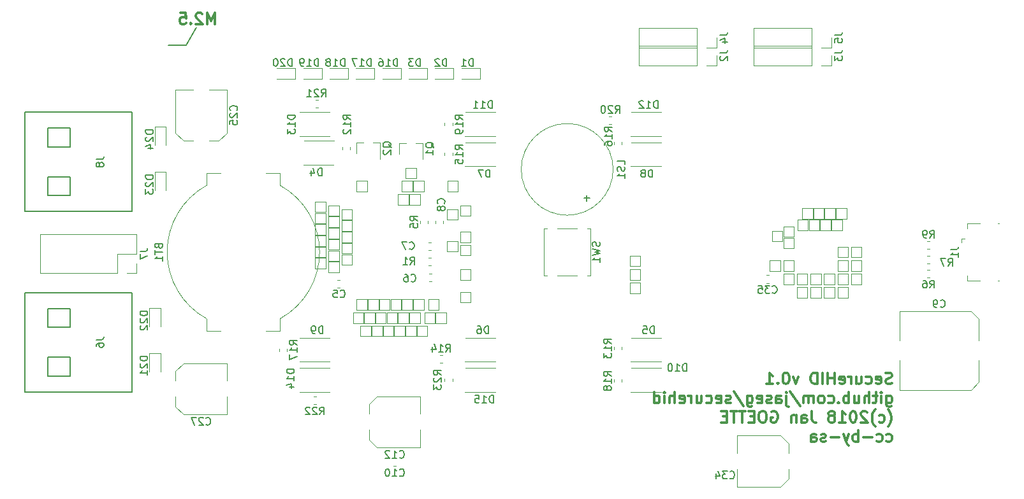
<source format=gbr>
From ad86b136490b231d14891c9fe936ac38ea940553 Mon Sep 17 00:00:00 2001
From: jaseg <git@jaseg.net>
Date: Tue, 27 Nov 2018 11:37:35 +0900
Subject: pcb: Add project info to silk and do gerber export

---
 pcb/gerber/securehid-B.SilkS.gbr | 4195 ++++++++++++++++++++++++++++++++++++++
 1 file changed, 4195 insertions(+)
 create mode 100644 pcb/gerber/securehid-B.SilkS.gbr

(limited to 'pcb/gerber/securehid-B.SilkS.gbr')

diff --git a/pcb/gerber/securehid-B.SilkS.gbr b/pcb/gerber/securehid-B.SilkS.gbr
new file mode 100644
index 0000000..9a20f0a
--- /dev/null
+++ b/pcb/gerber/securehid-B.SilkS.gbr
@@ -0,0 +1,4195 @@
+G04 #@! TF.GenerationSoftware,KiCad,Pcbnew,(5.0.1)*
+G04 #@! TF.CreationDate,2018-11-27T11:36:47+09:00*
+G04 #@! TF.ProjectId,securehid,7365637572656869642E6B696361645F,rev?*
+G04 #@! TF.SameCoordinates,Original*
+G04 #@! TF.FileFunction,Legend,Bot*
+G04 #@! TF.FilePolarity,Positive*
+%FSLAX46Y46*%
+G04 Gerber Fmt 4.6, Leading zero omitted, Abs format (unit mm)*
+G04 Created by KiCad (PCBNEW (5.0.1)) date Tue Nov 27 11:36:47 2018*
+%MOMM*%
+%LPD*%
+G01*
+G04 APERTURE LIST*
+%ADD10C,0.300000*%
+%ADD11C,0.200000*%
+%ADD12C,0.120000*%
+%ADD13C,0.150000*%
+G04 APERTURE END LIST*
+D10*
+X149119285Y-98482142D02*
+X148905000Y-98553571D01*
+X148547857Y-98553571D01*
+X148405000Y-98482142D01*
+X148333571Y-98410714D01*
+X148262142Y-98267857D01*
+X148262142Y-98125000D01*
+X148333571Y-97982142D01*
+X148405000Y-97910714D01*
+X148547857Y-97839285D01*
+X148833571Y-97767857D01*
+X148976428Y-97696428D01*
+X149047857Y-97625000D01*
+X149119285Y-97482142D01*
+X149119285Y-97339285D01*
+X149047857Y-97196428D01*
+X148976428Y-97125000D01*
+X148833571Y-97053571D01*
+X148476428Y-97053571D01*
+X148262142Y-97125000D01*
+X147047857Y-98482142D02*
+X147190714Y-98553571D01*
+X147476428Y-98553571D01*
+X147619285Y-98482142D01*
+X147690714Y-98339285D01*
+X147690714Y-97767857D01*
+X147619285Y-97625000D01*
+X147476428Y-97553571D01*
+X147190714Y-97553571D01*
+X147047857Y-97625000D01*
+X146976428Y-97767857D01*
+X146976428Y-97910714D01*
+X147690714Y-98053571D01*
+X145690714Y-98482142D02*
+X145833571Y-98553571D01*
+X146119285Y-98553571D01*
+X146262142Y-98482142D01*
+X146333571Y-98410714D01*
+X146405000Y-98267857D01*
+X146405000Y-97839285D01*
+X146333571Y-97696428D01*
+X146262142Y-97625000D01*
+X146119285Y-97553571D01*
+X145833571Y-97553571D01*
+X145690714Y-97625000D01*
+X144405000Y-97553571D02*
+X144405000Y-98553571D01*
+X145047857Y-97553571D02*
+X145047857Y-98339285D01*
+X144976428Y-98482142D01*
+X144833571Y-98553571D01*
+X144619285Y-98553571D01*
+X144476428Y-98482142D01*
+X144405000Y-98410714D01*
+X143690714Y-98553571D02*
+X143690714Y-97553571D01*
+X143690714Y-97839285D02*
+X143619285Y-97696428D01*
+X143547857Y-97625000D01*
+X143405000Y-97553571D01*
+X143262142Y-97553571D01*
+X142190714Y-98482142D02*
+X142333571Y-98553571D01*
+X142619285Y-98553571D01*
+X142762142Y-98482142D01*
+X142833571Y-98339285D01*
+X142833571Y-97767857D01*
+X142762142Y-97625000D01*
+X142619285Y-97553571D01*
+X142333571Y-97553571D01*
+X142190714Y-97625000D01*
+X142119285Y-97767857D01*
+X142119285Y-97910714D01*
+X142833571Y-98053571D01*
+X141476428Y-98553571D02*
+X141476428Y-97053571D01*
+X141476428Y-97767857D02*
+X140619285Y-97767857D01*
+X140619285Y-98553571D02*
+X140619285Y-97053571D01*
+X139905000Y-98553571D02*
+X139905000Y-97053571D01*
+X139190714Y-98553571D02*
+X139190714Y-97053571D01*
+X138833571Y-97053571D01*
+X138619285Y-97125000D01*
+X138476428Y-97267857D01*
+X138405000Y-97410714D01*
+X138333571Y-97696428D01*
+X138333571Y-97910714D01*
+X138405000Y-98196428D01*
+X138476428Y-98339285D01*
+X138619285Y-98482142D01*
+X138833571Y-98553571D01*
+X139190714Y-98553571D01*
+X136690714Y-97553571D02*
+X136333571Y-98553571D01*
+X135976428Y-97553571D01*
+X135119285Y-97053571D02*
+X134976428Y-97053571D01*
+X134833571Y-97125000D01*
+X134762142Y-97196428D01*
+X134690714Y-97339285D01*
+X134619285Y-97625000D01*
+X134619285Y-97982142D01*
+X134690714Y-98267857D01*
+X134762142Y-98410714D01*
+X134833571Y-98482142D01*
+X134976428Y-98553571D01*
+X135119285Y-98553571D01*
+X135262142Y-98482142D01*
+X135333571Y-98410714D01*
+X135405000Y-98267857D01*
+X135476428Y-97982142D01*
+X135476428Y-97625000D01*
+X135405000Y-97339285D01*
+X135333571Y-97196428D01*
+X135262142Y-97125000D01*
+X135119285Y-97053571D01*
+X133976428Y-98410714D02*
+X133905000Y-98482142D01*
+X133976428Y-98553571D01*
+X134047857Y-98482142D01*
+X133976428Y-98410714D01*
+X133976428Y-98553571D01*
+X132476428Y-98553571D02*
+X133333571Y-98553571D01*
+X132905000Y-98553571D02*
+X132905000Y-97053571D01*
+X133047857Y-97267857D01*
+X133190714Y-97410714D01*
+X133333571Y-97482142D01*
+X148405000Y-100103571D02*
+X148405000Y-101317857D01*
+X148476428Y-101460714D01*
+X148547857Y-101532142D01*
+X148690714Y-101603571D01*
+X148905000Y-101603571D01*
+X149047857Y-101532142D01*
+X148405000Y-101032142D02*
+X148547857Y-101103571D01*
+X148833571Y-101103571D01*
+X148976428Y-101032142D01*
+X149047857Y-100960714D01*
+X149119285Y-100817857D01*
+X149119285Y-100389285D01*
+X149047857Y-100246428D01*
+X148976428Y-100175000D01*
+X148833571Y-100103571D01*
+X148547857Y-100103571D01*
+X148405000Y-100175000D01*
+X147690714Y-101103571D02*
+X147690714Y-100103571D01*
+X147690714Y-99603571D02*
+X147762142Y-99675000D01*
+X147690714Y-99746428D01*
+X147619285Y-99675000D01*
+X147690714Y-99603571D01*
+X147690714Y-99746428D01*
+X147190714Y-100103571D02*
+X146619285Y-100103571D01*
+X146976428Y-99603571D02*
+X146976428Y-100889285D01*
+X146905000Y-101032142D01*
+X146762142Y-101103571D01*
+X146619285Y-101103571D01*
+X146119285Y-101103571D02*
+X146119285Y-99603571D01*
+X145476428Y-101103571D02*
+X145476428Y-100317857D01*
+X145547857Y-100175000D01*
+X145690714Y-100103571D01*
+X145905000Y-100103571D01*
+X146047857Y-100175000D01*
+X146119285Y-100246428D01*
+X144119285Y-100103571D02*
+X144119285Y-101103571D01*
+X144762142Y-100103571D02*
+X144762142Y-100889285D01*
+X144690714Y-101032142D01*
+X144547857Y-101103571D01*
+X144333571Y-101103571D01*
+X144190714Y-101032142D01*
+X144119285Y-100960714D01*
+X143405000Y-101103571D02*
+X143405000Y-99603571D01*
+X143405000Y-100175000D02*
+X143262142Y-100103571D01*
+X142976428Y-100103571D01*
+X142833571Y-100175000D01*
+X142762142Y-100246428D01*
+X142690714Y-100389285D01*
+X142690714Y-100817857D01*
+X142762142Y-100960714D01*
+X142833571Y-101032142D01*
+X142976428Y-101103571D01*
+X143262142Y-101103571D01*
+X143405000Y-101032142D01*
+X142047857Y-100960714D02*
+X141976428Y-101032142D01*
+X142047857Y-101103571D01*
+X142119285Y-101032142D01*
+X142047857Y-100960714D01*
+X142047857Y-101103571D01*
+X140690714Y-101032142D02*
+X140833571Y-101103571D01*
+X141119285Y-101103571D01*
+X141262142Y-101032142D01*
+X141333571Y-100960714D01*
+X141405000Y-100817857D01*
+X141405000Y-100389285D01*
+X141333571Y-100246428D01*
+X141262142Y-100175000D01*
+X141119285Y-100103571D01*
+X140833571Y-100103571D01*
+X140690714Y-100175000D01*
+X139833571Y-101103571D02*
+X139976428Y-101032142D01*
+X140047857Y-100960714D01*
+X140119285Y-100817857D01*
+X140119285Y-100389285D01*
+X140047857Y-100246428D01*
+X139976428Y-100175000D01*
+X139833571Y-100103571D01*
+X139619285Y-100103571D01*
+X139476428Y-100175000D01*
+X139405000Y-100246428D01*
+X139333571Y-100389285D01*
+X139333571Y-100817857D01*
+X139405000Y-100960714D01*
+X139476428Y-101032142D01*
+X139619285Y-101103571D01*
+X139833571Y-101103571D01*
+X138690714Y-101103571D02*
+X138690714Y-100103571D01*
+X138690714Y-100246428D02*
+X138619285Y-100175000D01*
+X138476428Y-100103571D01*
+X138262142Y-100103571D01*
+X138119285Y-100175000D01*
+X138047857Y-100317857D01*
+X138047857Y-101103571D01*
+X138047857Y-100317857D02*
+X137976428Y-100175000D01*
+X137833571Y-100103571D01*
+X137619285Y-100103571D01*
+X137476428Y-100175000D01*
+X137405000Y-100317857D01*
+X137405000Y-101103571D01*
+X135619285Y-99532142D02*
+X136905000Y-101460714D01*
+X135119285Y-100103571D02*
+X135119285Y-101389285D01*
+X135190714Y-101532142D01*
+X135333571Y-101603571D01*
+X135405000Y-101603571D01*
+X135119285Y-99603571D02*
+X135190714Y-99675000D01*
+X135119285Y-99746428D01*
+X135047857Y-99675000D01*
+X135119285Y-99603571D01*
+X135119285Y-99746428D01*
+X133762142Y-101103571D02*
+X133762142Y-100317857D01*
+X133833571Y-100175000D01*
+X133976428Y-100103571D01*
+X134262142Y-100103571D01*
+X134405000Y-100175000D01*
+X133762142Y-101032142D02*
+X133905000Y-101103571D01*
+X134262142Y-101103571D01*
+X134405000Y-101032142D01*
+X134476428Y-100889285D01*
+X134476428Y-100746428D01*
+X134405000Y-100603571D01*
+X134262142Y-100532142D01*
+X133905000Y-100532142D01*
+X133762142Y-100460714D01*
+X133119285Y-101032142D02*
+X132976428Y-101103571D01*
+X132690714Y-101103571D01*
+X132547857Y-101032142D01*
+X132476428Y-100889285D01*
+X132476428Y-100817857D01*
+X132547857Y-100675000D01*
+X132690714Y-100603571D01*
+X132905000Y-100603571D01*
+X133047857Y-100532142D01*
+X133119285Y-100389285D01*
+X133119285Y-100317857D01*
+X133047857Y-100175000D01*
+X132905000Y-100103571D01*
+X132690714Y-100103571D01*
+X132547857Y-100175000D01*
+X131262142Y-101032142D02*
+X131405000Y-101103571D01*
+X131690714Y-101103571D01*
+X131833571Y-101032142D01*
+X131905000Y-100889285D01*
+X131905000Y-100317857D01*
+X131833571Y-100175000D01*
+X131690714Y-100103571D01*
+X131405000Y-100103571D01*
+X131262142Y-100175000D01*
+X131190714Y-100317857D01*
+X131190714Y-100460714D01*
+X131905000Y-100603571D01*
+X129905000Y-100103571D02*
+X129905000Y-101317857D01*
+X129976428Y-101460714D01*
+X130047857Y-101532142D01*
+X130190714Y-101603571D01*
+X130405000Y-101603571D01*
+X130547857Y-101532142D01*
+X129905000Y-101032142D02*
+X130047857Y-101103571D01*
+X130333571Y-101103571D01*
+X130476428Y-101032142D01*
+X130547857Y-100960714D01*
+X130619285Y-100817857D01*
+X130619285Y-100389285D01*
+X130547857Y-100246428D01*
+X130476428Y-100175000D01*
+X130333571Y-100103571D01*
+X130047857Y-100103571D01*
+X129905000Y-100175000D01*
+X128119285Y-99532142D02*
+X129405000Y-101460714D01*
+X127690714Y-101032142D02*
+X127547857Y-101103571D01*
+X127262142Y-101103571D01*
+X127119285Y-101032142D01*
+X127047857Y-100889285D01*
+X127047857Y-100817857D01*
+X127119285Y-100675000D01*
+X127262142Y-100603571D01*
+X127476428Y-100603571D01*
+X127619285Y-100532142D01*
+X127690714Y-100389285D01*
+X127690714Y-100317857D01*
+X127619285Y-100175000D01*
+X127476428Y-100103571D01*
+X127262142Y-100103571D01*
+X127119285Y-100175000D01*
+X125833571Y-101032142D02*
+X125976428Y-101103571D01*
+X126262142Y-101103571D01*
+X126405000Y-101032142D01*
+X126476428Y-100889285D01*
+X126476428Y-100317857D01*
+X126405000Y-100175000D01*
+X126262142Y-100103571D01*
+X125976428Y-100103571D01*
+X125833571Y-100175000D01*
+X125762142Y-100317857D01*
+X125762142Y-100460714D01*
+X126476428Y-100603571D01*
+X124476428Y-101032142D02*
+X124619285Y-101103571D01*
+X124905000Y-101103571D01*
+X125047857Y-101032142D01*
+X125119285Y-100960714D01*
+X125190714Y-100817857D01*
+X125190714Y-100389285D01*
+X125119285Y-100246428D01*
+X125047857Y-100175000D01*
+X124905000Y-100103571D01*
+X124619285Y-100103571D01*
+X124476428Y-100175000D01*
+X123190714Y-100103571D02*
+X123190714Y-101103571D01*
+X123833571Y-100103571D02*
+X123833571Y-100889285D01*
+X123762142Y-101032142D01*
+X123619285Y-101103571D01*
+X123405000Y-101103571D01*
+X123262142Y-101032142D01*
+X123190714Y-100960714D01*
+X122476428Y-101103571D02*
+X122476428Y-100103571D01*
+X122476428Y-100389285D02*
+X122405000Y-100246428D01*
+X122333571Y-100175000D01*
+X122190714Y-100103571D01*
+X122047857Y-100103571D01*
+X120976428Y-101032142D02*
+X121119285Y-101103571D01*
+X121405000Y-101103571D01*
+X121547857Y-101032142D01*
+X121619285Y-100889285D01*
+X121619285Y-100317857D01*
+X121547857Y-100175000D01*
+X121405000Y-100103571D01*
+X121119285Y-100103571D01*
+X120976428Y-100175000D01*
+X120905000Y-100317857D01*
+X120905000Y-100460714D01*
+X121619285Y-100603571D01*
+X120262142Y-101103571D02*
+X120262142Y-99603571D01*
+X119619285Y-101103571D02*
+X119619285Y-100317857D01*
+X119690714Y-100175000D01*
+X119833571Y-100103571D01*
+X120047857Y-100103571D01*
+X120190714Y-100175000D01*
+X120262142Y-100246428D01*
+X118905000Y-101103571D02*
+X118905000Y-100103571D01*
+X118905000Y-99603571D02*
+X118976428Y-99675000D01*
+X118905000Y-99746428D01*
+X118833571Y-99675000D01*
+X118905000Y-99603571D01*
+X118905000Y-99746428D01*
+X117547857Y-101103571D02*
+X117547857Y-99603571D01*
+X117547857Y-101032142D02*
+X117690714Y-101103571D01*
+X117976428Y-101103571D01*
+X118119285Y-101032142D01*
+X118190714Y-100960714D01*
+X118262142Y-100817857D01*
+X118262142Y-100389285D01*
+X118190714Y-100246428D01*
+X118119285Y-100175000D01*
+X117976428Y-100103571D01*
+X117690714Y-100103571D01*
+X117547857Y-100175000D01*
+X148619285Y-104225000D02*
+X148690714Y-104153571D01*
+X148833571Y-103939285D01*
+X148905000Y-103796428D01*
+X148976428Y-103582142D01*
+X149047857Y-103225000D01*
+X149047857Y-102939285D01*
+X148976428Y-102582142D01*
+X148905000Y-102367857D01*
+X148833571Y-102225000D01*
+X148690714Y-102010714D01*
+X148619285Y-101939285D01*
+X147405000Y-103582142D02*
+X147547857Y-103653571D01*
+X147833571Y-103653571D01*
+X147976428Y-103582142D01*
+X148047857Y-103510714D01*
+X148119285Y-103367857D01*
+X148119285Y-102939285D01*
+X148047857Y-102796428D01*
+X147976428Y-102725000D01*
+X147833571Y-102653571D01*
+X147547857Y-102653571D01*
+X147405000Y-102725000D01*
+X146905000Y-104225000D02*
+X146833571Y-104153571D01*
+X146690714Y-103939285D01*
+X146619285Y-103796428D01*
+X146547857Y-103582142D01*
+X146476428Y-103225000D01*
+X146476428Y-102939285D01*
+X146547857Y-102582142D01*
+X146619285Y-102367857D01*
+X146690714Y-102225000D01*
+X146833571Y-102010714D01*
+X146905000Y-101939285D01*
+X145833571Y-102296428D02*
+X145762142Y-102225000D01*
+X145619285Y-102153571D01*
+X145262142Y-102153571D01*
+X145119285Y-102225000D01*
+X145047857Y-102296428D01*
+X144976428Y-102439285D01*
+X144976428Y-102582142D01*
+X145047857Y-102796428D01*
+X145905000Y-103653571D01*
+X144976428Y-103653571D01*
+X144047857Y-102153571D02*
+X143905000Y-102153571D01*
+X143762142Y-102225000D01*
+X143690714Y-102296428D01*
+X143619285Y-102439285D01*
+X143547857Y-102725000D01*
+X143547857Y-103082142D01*
+X143619285Y-103367857D01*
+X143690714Y-103510714D01*
+X143762142Y-103582142D01*
+X143905000Y-103653571D01*
+X144047857Y-103653571D01*
+X144190714Y-103582142D01*
+X144262142Y-103510714D01*
+X144333571Y-103367857D01*
+X144405000Y-103082142D01*
+X144405000Y-102725000D01*
+X144333571Y-102439285D01*
+X144262142Y-102296428D01*
+X144190714Y-102225000D01*
+X144047857Y-102153571D01*
+X142119285Y-103653571D02*
+X142976428Y-103653571D01*
+X142547857Y-103653571D02*
+X142547857Y-102153571D01*
+X142690714Y-102367857D01*
+X142833571Y-102510714D01*
+X142976428Y-102582142D01*
+X141262142Y-102796428D02*
+X141405000Y-102725000D01*
+X141476428Y-102653571D01*
+X141547857Y-102510714D01*
+X141547857Y-102439285D01*
+X141476428Y-102296428D01*
+X141405000Y-102225000D01*
+X141262142Y-102153571D01*
+X140976428Y-102153571D01*
+X140833571Y-102225000D01*
+X140762142Y-102296428D01*
+X140690714Y-102439285D01*
+X140690714Y-102510714D01*
+X140762142Y-102653571D01*
+X140833571Y-102725000D01*
+X140976428Y-102796428D01*
+X141262142Y-102796428D01*
+X141405000Y-102867857D01*
+X141476428Y-102939285D01*
+X141547857Y-103082142D01*
+X141547857Y-103367857D01*
+X141476428Y-103510714D01*
+X141405000Y-103582142D01*
+X141262142Y-103653571D01*
+X140976428Y-103653571D01*
+X140833571Y-103582142D01*
+X140762142Y-103510714D01*
+X140690714Y-103367857D01*
+X140690714Y-103082142D01*
+X140762142Y-102939285D01*
+X140833571Y-102867857D01*
+X140976428Y-102796428D01*
+X138476428Y-102153571D02*
+X138476428Y-103225000D01*
+X138547857Y-103439285D01*
+X138690714Y-103582142D01*
+X138905000Y-103653571D01*
+X139047857Y-103653571D01*
+X137119285Y-103653571D02*
+X137119285Y-102867857D01*
+X137190714Y-102725000D01*
+X137333571Y-102653571D01*
+X137619285Y-102653571D01*
+X137762142Y-102725000D01*
+X137119285Y-103582142D02*
+X137262142Y-103653571D01*
+X137619285Y-103653571D01*
+X137762142Y-103582142D01*
+X137833571Y-103439285D01*
+X137833571Y-103296428D01*
+X137762142Y-103153571D01*
+X137619285Y-103082142D01*
+X137262142Y-103082142D01*
+X137119285Y-103010714D01*
+X136405000Y-102653571D02*
+X136405000Y-103653571D01*
+X136405000Y-102796428D02*
+X136333571Y-102725000D01*
+X136190714Y-102653571D01*
+X135976428Y-102653571D01*
+X135833571Y-102725000D01*
+X135762142Y-102867857D01*
+X135762142Y-103653571D01*
+X133119285Y-102225000D02*
+X133262142Y-102153571D01*
+X133476428Y-102153571D01*
+X133690714Y-102225000D01*
+X133833571Y-102367857D01*
+X133905000Y-102510714D01*
+X133976428Y-102796428D01*
+X133976428Y-103010714D01*
+X133905000Y-103296428D01*
+X133833571Y-103439285D01*
+X133690714Y-103582142D01*
+X133476428Y-103653571D01*
+X133333571Y-103653571D01*
+X133119285Y-103582142D01*
+X133047857Y-103510714D01*
+X133047857Y-103010714D01*
+X133333571Y-103010714D01*
+X132119285Y-102153571D02*
+X131833571Y-102153571D01*
+X131690714Y-102225000D01*
+X131547857Y-102367857D01*
+X131476428Y-102653571D01*
+X131476428Y-103153571D01*
+X131547857Y-103439285D01*
+X131690714Y-103582142D01*
+X131833571Y-103653571D01*
+X132119285Y-103653571D01*
+X132262142Y-103582142D01*
+X132405000Y-103439285D01*
+X132476428Y-103153571D01*
+X132476428Y-102653571D01*
+X132405000Y-102367857D01*
+X132262142Y-102225000D01*
+X132119285Y-102153571D01*
+X130833571Y-102867857D02*
+X130333571Y-102867857D01*
+X130119285Y-103653571D02*
+X130833571Y-103653571D01*
+X130833571Y-102153571D01*
+X130119285Y-102153571D01*
+X129690714Y-102153571D02*
+X128833571Y-102153571D01*
+X129262142Y-103653571D02*
+X129262142Y-102153571D01*
+X128547857Y-102153571D02*
+X127690714Y-102153571D01*
+X128119285Y-103653571D02*
+X128119285Y-102153571D01*
+X127190714Y-102867857D02*
+X126690714Y-102867857D01*
+X126476428Y-103653571D02*
+X127190714Y-103653571D01*
+X127190714Y-102153571D01*
+X126476428Y-102153571D01*
+X148405000Y-106132142D02*
+X148547857Y-106203571D01*
+X148833571Y-106203571D01*
+X148976428Y-106132142D01*
+X149047857Y-106060714D01*
+X149119285Y-105917857D01*
+X149119285Y-105489285D01*
+X149047857Y-105346428D01*
+X148976428Y-105275000D01*
+X148833571Y-105203571D01*
+X148547857Y-105203571D01*
+X148405000Y-105275000D01*
+X147119285Y-106132142D02*
+X147262142Y-106203571D01*
+X147547857Y-106203571D01*
+X147690714Y-106132142D01*
+X147762142Y-106060714D01*
+X147833571Y-105917857D01*
+X147833571Y-105489285D01*
+X147762142Y-105346428D01*
+X147690714Y-105275000D01*
+X147547857Y-105203571D01*
+X147262142Y-105203571D01*
+X147119285Y-105275000D01*
+X146476428Y-105632142D02*
+X145333571Y-105632142D01*
+X144619285Y-106203571D02*
+X144619285Y-104703571D01*
+X144619285Y-105275000D02*
+X144476428Y-105203571D01*
+X144190714Y-105203571D01*
+X144047857Y-105275000D01*
+X143976428Y-105346428D01*
+X143905000Y-105489285D01*
+X143905000Y-105917857D01*
+X143976428Y-106060714D01*
+X144047857Y-106132142D01*
+X144190714Y-106203571D01*
+X144476428Y-106203571D01*
+X144619285Y-106132142D01*
+X143405000Y-105203571D02*
+X143047857Y-106203571D01*
+X142690714Y-105203571D02*
+X143047857Y-106203571D01*
+X143190714Y-106560714D01*
+X143262142Y-106632142D01*
+X143405000Y-106703571D01*
+X142119285Y-105632142D02*
+X140976428Y-105632142D01*
+X140333571Y-106132142D02*
+X140190714Y-106203571D01*
+X139905000Y-106203571D01*
+X139762142Y-106132142D01*
+X139690714Y-105989285D01*
+X139690714Y-105917857D01*
+X139762142Y-105775000D01*
+X139905000Y-105703571D01*
+X140119285Y-105703571D01*
+X140262142Y-105632142D01*
+X140333571Y-105489285D01*
+X140333571Y-105417857D01*
+X140262142Y-105275000D01*
+X140119285Y-105203571D01*
+X139905000Y-105203571D01*
+X139762142Y-105275000D01*
+X138405000Y-106203571D02*
+X138405000Y-105417857D01*
+X138476428Y-105275000D01*
+X138619285Y-105203571D01*
+X138905000Y-105203571D01*
+X139047857Y-105275000D01*
+X138405000Y-106132142D02*
+X138547857Y-106203571D01*
+X138905000Y-106203571D01*
+X139047857Y-106132142D01*
+X139119285Y-105989285D01*
+X139119285Y-105846428D01*
+X139047857Y-105703571D01*
+X138905000Y-105632142D01*
+X138547857Y-105632142D01*
+X138405000Y-105560714D01*
+D11*
+X55400000Y-53500000D02*
+X56800000Y-51100000D01*
+X53000000Y-53500000D02*
+X55300000Y-53500000D01*
+D10*
+X59185714Y-50678571D02*
+X59185714Y-49178571D01*
+X58685714Y-50250000D01*
+X58185714Y-49178571D01*
+X58185714Y-50678571D01*
+X57542857Y-49321428D02*
+X57471428Y-49250000D01*
+X57328571Y-49178571D01*
+X56971428Y-49178571D01*
+X56828571Y-49250000D01*
+X56757142Y-49321428D01*
+X56685714Y-49464285D01*
+X56685714Y-49607142D01*
+X56757142Y-49821428D01*
+X57614285Y-50678571D01*
+X56685714Y-50678571D01*
+X56042857Y-50535714D02*
+X55971428Y-50607142D01*
+X56042857Y-50678571D01*
+X56114285Y-50607142D01*
+X56042857Y-50535714D01*
+X56042857Y-50678571D01*
+X54614285Y-49178571D02*
+X55328571Y-49178571D01*
+X55400000Y-49892857D01*
+X55328571Y-49821428D01*
+X55185714Y-49750000D01*
+X54828571Y-49750000D01*
+X54685714Y-49821428D01*
+X54614285Y-49892857D01*
+X54542857Y-50035714D01*
+X54542857Y-50392857D01*
+X54614285Y-50535714D01*
+X54685714Y-50607142D01*
+X54828571Y-50678571D01*
+X55185714Y-50678571D01*
+X55328571Y-50607142D01*
+X55400000Y-50535714D01*
+D12*
+G04 #@! TO.C,R14*
+X89421267Y-94740000D02*
+X89078733Y-94740000D01*
+X89421267Y-95760000D02*
+X89078733Y-95760000D01*
+D13*
+G04 #@! TO.C,J8*
+X40000000Y-67000000D02*
+X37000000Y-67000000D01*
+X37000000Y-64500000D02*
+X40000000Y-64500000D01*
+X40000000Y-64500000D02*
+X40000000Y-67000000D01*
+X37000000Y-67000000D02*
+X37000000Y-64500000D01*
+X40000000Y-71000000D02*
+X40000000Y-73500000D01*
+X37000000Y-71000000D02*
+X40000000Y-71000000D01*
+X37000000Y-73500000D02*
+X37000000Y-71000000D01*
+X40000000Y-73500000D02*
+X37000000Y-73500000D01*
+X34000000Y-75600000D02*
+X34000000Y-62400000D01*
+X48210000Y-62400000D02*
+X34000000Y-62400000D01*
+X48210000Y-75600000D02*
+X34000000Y-75600000D01*
+X48210000Y-75600000D02*
+X48210000Y-62400000D01*
+D12*
+G04 #@! TO.C,C9*
+X150140000Y-99360000D02*
+X150140000Y-95410000D01*
+X150140000Y-88840000D02*
+X150140000Y-92790000D01*
+X159595563Y-88840000D02*
+X150140000Y-88840000D01*
+X159595563Y-99360000D02*
+X150140000Y-99360000D01*
+X160660000Y-98295563D02*
+X160660000Y-95410000D01*
+X160660000Y-89904437D02*
+X160660000Y-92790000D01*
+X160660000Y-89904437D02*
+X159595563Y-88840000D01*
+X160660000Y-98295563D02*
+X159595563Y-99360000D01*
+G04 #@! TO.C,TP3*
+X90100000Y-71550000D02*
+X90100000Y-72950000D01*
+X91500000Y-71550000D02*
+X90100000Y-71550000D01*
+X91500000Y-72950000D02*
+X91500000Y-71550000D01*
+X90100000Y-72950000D02*
+X91500000Y-72950000D01*
+G04 #@! TO.C,TP47*
+X72550000Y-74300000D02*
+X72550000Y-75700000D01*
+X73950000Y-74300000D02*
+X72550000Y-74300000D01*
+X73950000Y-75700000D02*
+X73950000Y-74300000D01*
+X72550000Y-75700000D02*
+X73950000Y-75700000D01*
+G04 #@! TO.C,BT1*
+X58115000Y-70530000D02*
+X58115000Y-72137090D01*
+X60000000Y-70530000D02*
+X58115000Y-70530000D01*
+X60000000Y-91470000D02*
+X58115000Y-91470000D01*
+X66000000Y-70530000D02*
+X67885000Y-70530000D01*
+X66000000Y-91470000D02*
+X67885000Y-91470000D01*
+X58115000Y-91470000D02*
+X58115000Y-89862910D01*
+X67885000Y-70530000D02*
+X67885000Y-72137090D01*
+X67885000Y-91470000D02*
+X67885000Y-89862910D01*
+X58115000Y-72137090D02*
+G75*
+G03X58115000Y-89862910I4885000J-8862910D01*
+G01*
+X67881168Y-89865021D02*
+G75*
+G03X67885000Y-72137090I-4881168J8865021D01*
+G01*
+G04 #@! TO.C,C5*
+X75846267Y-85710000D02*
+X75503733Y-85710000D01*
+X75846267Y-84690000D02*
+X75503733Y-84690000D01*
+G04 #@! TO.C,C6*
+X87971267Y-83890000D02*
+X87628733Y-83890000D01*
+X87971267Y-84910000D02*
+X87628733Y-84910000D01*
+G04 #@! TO.C,C7*
+X87921267Y-79740000D02*
+X87578733Y-79740000D01*
+X87921267Y-80760000D02*
+X87578733Y-80760000D01*
+G04 #@! TO.C,C8*
+X88490000Y-76828733D02*
+X88490000Y-77171267D01*
+X89510000Y-76828733D02*
+X89510000Y-77171267D01*
+G04 #@! TO.C,C10*
+X82928733Y-109460000D02*
+X83271267Y-109460000D01*
+X82928733Y-108440000D02*
+X83271267Y-108440000D01*
+G04 #@! TO.C,D1*
+X94410000Y-57985000D02*
+X91950000Y-57985000D01*
+X94410000Y-56515000D02*
+X94410000Y-57985000D01*
+X91950000Y-56515000D02*
+X94410000Y-56515000D01*
+G04 #@! TO.C,D2*
+X88450000Y-56515000D02*
+X90910000Y-56515000D01*
+X90910000Y-56515000D02*
+X90910000Y-57985000D01*
+X90910000Y-57985000D02*
+X88450000Y-57985000D01*
+G04 #@! TO.C,D3*
+X87410000Y-57985000D02*
+X84950000Y-57985000D01*
+X87410000Y-56515000D02*
+X87410000Y-57985000D01*
+X84950000Y-56515000D02*
+X87410000Y-56515000D01*
+G04 #@! TO.C,D4*
+X71050000Y-66200000D02*
+X75050000Y-66200000D01*
+X71000000Y-69400000D02*
+X75000000Y-69400000D01*
+G04 #@! TO.C,D5*
+X118450000Y-95600000D02*
+X114450000Y-95600000D01*
+X118500000Y-92400000D02*
+X114500000Y-92400000D01*
+G04 #@! TO.C,D6*
+X96500000Y-92400000D02*
+X92500000Y-92400000D01*
+X96450000Y-95600000D02*
+X92450000Y-95600000D01*
+G04 #@! TO.C,D7*
+X96450000Y-69600000D02*
+X92450000Y-69600000D01*
+X96500000Y-66400000D02*
+X92500000Y-66400000D01*
+G04 #@! TO.C,D8*
+X118500000Y-66400000D02*
+X114500000Y-66400000D01*
+X118450000Y-69600000D02*
+X114450000Y-69600000D01*
+G04 #@! TO.C,D9*
+X74500000Y-92400000D02*
+X70500000Y-92400000D01*
+X74450000Y-95600000D02*
+X70450000Y-95600000D01*
+G04 #@! TO.C,D10*
+X118500000Y-96400000D02*
+X114500000Y-96400000D01*
+X118450000Y-99600000D02*
+X114450000Y-99600000D01*
+G04 #@! TO.C,D11*
+X96450000Y-65600000D02*
+X92450000Y-65600000D01*
+X96500000Y-62400000D02*
+X92500000Y-62400000D01*
+G04 #@! TO.C,D12*
+X118500000Y-62400000D02*
+X114500000Y-62400000D01*
+X118450000Y-65600000D02*
+X114450000Y-65600000D01*
+G04 #@! TO.C,D13*
+X74500000Y-62400000D02*
+X70500000Y-62400000D01*
+X74450000Y-65600000D02*
+X70450000Y-65600000D01*
+G04 #@! TO.C,D14*
+X74450000Y-99600000D02*
+X70450000Y-99600000D01*
+X74500000Y-96400000D02*
+X70500000Y-96400000D01*
+G04 #@! TO.C,D15*
+X96450000Y-99600000D02*
+X92450000Y-99600000D01*
+X96500000Y-96400000D02*
+X92500000Y-96400000D01*
+G04 #@! TO.C,D16*
+X81450000Y-56515000D02*
+X83910000Y-56515000D01*
+X83910000Y-56515000D02*
+X83910000Y-57985000D01*
+X83910000Y-57985000D02*
+X81450000Y-57985000D01*
+G04 #@! TO.C,D17*
+X80410000Y-57985000D02*
+X77950000Y-57985000D01*
+X80410000Y-56515000D02*
+X80410000Y-57985000D01*
+X77950000Y-56515000D02*
+X80410000Y-56515000D01*
+G04 #@! TO.C,D18*
+X74450000Y-56515000D02*
+X76910000Y-56515000D01*
+X76910000Y-56515000D02*
+X76910000Y-57985000D01*
+X76910000Y-57985000D02*
+X74450000Y-57985000D01*
+G04 #@! TO.C,D19*
+X73410000Y-57985000D02*
+X70950000Y-57985000D01*
+X73410000Y-56515000D02*
+X73410000Y-57985000D01*
+X70950000Y-56515000D02*
+X73410000Y-56515000D01*
+G04 #@! TO.C,D20*
+X67450000Y-56515000D02*
+X69910000Y-56515000D01*
+X69910000Y-56515000D02*
+X69910000Y-57985000D01*
+X69910000Y-57985000D02*
+X67450000Y-57985000D01*
+G04 #@! TO.C,D21*
+X51985000Y-94440000D02*
+X51985000Y-96900000D01*
+X50515000Y-94440000D02*
+X51985000Y-94440000D01*
+X50515000Y-96900000D02*
+X50515000Y-94440000D01*
+G04 #@! TO.C,D22*
+X50515000Y-90900000D02*
+X50515000Y-88440000D01*
+X50515000Y-88440000D02*
+X51985000Y-88440000D01*
+X51985000Y-88440000D02*
+X51985000Y-90900000D01*
+G04 #@! TO.C,D23*
+X52735000Y-70340000D02*
+X52735000Y-72800000D01*
+X51265000Y-70340000D02*
+X52735000Y-70340000D01*
+X51265000Y-72800000D02*
+X51265000Y-70340000D01*
+G04 #@! TO.C,D24*
+X51265000Y-66800000D02*
+X51265000Y-64340000D01*
+X51265000Y-64340000D02*
+X52735000Y-64340000D01*
+X52735000Y-64340000D02*
+X52735000Y-66800000D01*
+G04 #@! TO.C,J1*
+X159090000Y-77190000D02*
+X159090000Y-77850000D01*
+X160820000Y-77190000D02*
+X159090000Y-77190000D01*
+X163390000Y-84810000D02*
+X163180000Y-84810000D01*
+X163390000Y-77190000D02*
+X163180000Y-77190000D01*
+X160820000Y-84810000D02*
+X159090000Y-84810000D01*
+X159090000Y-84810000D02*
+X159090000Y-84160000D01*
+X158390000Y-79240000D02*
+X158390000Y-79690000D01*
+X158390000Y-79240000D02*
+X158780000Y-79240000D01*
+G04 #@! TO.C,J2*
+X125830000Y-56190000D02*
+X125830000Y-54860000D01*
+X124500000Y-56190000D02*
+X125830000Y-56190000D01*
+X123230000Y-56190000D02*
+X123230000Y-53530000D01*
+X123230000Y-53530000D02*
+X115550000Y-53530000D01*
+X123230000Y-56190000D02*
+X115550000Y-56190000D01*
+X115550000Y-56190000D02*
+X115550000Y-53530000D01*
+G04 #@! TO.C,J3*
+X141070000Y-56190000D02*
+X141070000Y-54860000D01*
+X139740000Y-56190000D02*
+X141070000Y-56190000D01*
+X138470000Y-56190000D02*
+X138470000Y-53530000D01*
+X138470000Y-53530000D02*
+X130790000Y-53530000D01*
+X138470000Y-56190000D02*
+X130790000Y-56190000D01*
+X130790000Y-56190000D02*
+X130790000Y-53530000D01*
+G04 #@! TO.C,J4*
+X125830000Y-53830000D02*
+X125830000Y-52500000D01*
+X124500000Y-53830000D02*
+X125830000Y-53830000D01*
+X123230000Y-53830000D02*
+X123230000Y-51170000D01*
+X123230000Y-51170000D02*
+X115550000Y-51170000D01*
+X123230000Y-53830000D02*
+X115550000Y-53830000D01*
+X115550000Y-53830000D02*
+X115550000Y-51170000D01*
+G04 #@! TO.C,J5*
+X130790000Y-53830000D02*
+X130790000Y-51170000D01*
+X138470000Y-53830000D02*
+X130790000Y-53830000D01*
+X138470000Y-51170000D02*
+X130790000Y-51170000D01*
+X138470000Y-53830000D02*
+X138470000Y-51170000D01*
+X139740000Y-53830000D02*
+X141070000Y-53830000D01*
+X141070000Y-53830000D02*
+X141070000Y-52500000D01*
+G04 #@! TO.C,J7*
+X36010000Y-83830000D02*
+X36010000Y-78630000D01*
+X46230000Y-83830000D02*
+X36010000Y-83830000D01*
+X48830000Y-78630000D02*
+X36010000Y-78630000D01*
+X46230000Y-83830000D02*
+X46230000Y-81230000D01*
+X46230000Y-81230000D02*
+X48830000Y-81230000D01*
+X48830000Y-81230000D02*
+X48830000Y-78630000D01*
+X47500000Y-83830000D02*
+X48830000Y-83830000D01*
+X48830000Y-83830000D02*
+X48830000Y-82500000D01*
+G04 #@! TO.C,LS1*
+X112100000Y-70000000D02*
+G75*
+G03X112100000Y-70000000I-6100000J0D01*
+G01*
+G04 #@! TO.C,Q1*
+X83670000Y-66490000D02*
+X83670000Y-67950000D01*
+X86830000Y-66490000D02*
+X86830000Y-68650000D01*
+X86830000Y-66490000D02*
+X85900000Y-66490000D01*
+X83670000Y-66490000D02*
+X84600000Y-66490000D01*
+G04 #@! TO.C,Q2*
+X78020000Y-66440000D02*
+X78950000Y-66440000D01*
+X81180000Y-66440000D02*
+X80250000Y-66440000D01*
+X81180000Y-66440000D02*
+X81180000Y-68600000D01*
+X78020000Y-66440000D02*
+X78020000Y-67900000D01*
+G04 #@! TO.C,R1*
+X87921267Y-82760000D02*
+X87578733Y-82760000D01*
+X87921267Y-81740000D02*
+X87578733Y-81740000D01*
+G04 #@! TO.C,R5*
+X87510000Y-77171267D02*
+X87510000Y-76828733D01*
+X86490000Y-77171267D02*
+X86490000Y-76828733D01*
+G04 #@! TO.C,R6*
+X153828733Y-84410000D02*
+X154171267Y-84410000D01*
+X153828733Y-83390000D02*
+X154171267Y-83390000D01*
+G04 #@! TO.C,R7*
+X153828733Y-81490000D02*
+X154171267Y-81490000D01*
+X153828733Y-82510000D02*
+X154171267Y-82510000D01*
+G04 #@! TO.C,R9*
+X154171267Y-79590000D02*
+X153828733Y-79590000D01*
+X154171267Y-80610000D02*
+X153828733Y-80610000D01*
+G04 #@! TO.C,R12*
+X76190000Y-67371267D02*
+X76190000Y-67028733D01*
+X77210000Y-67371267D02*
+X77210000Y-67028733D01*
+G04 #@! TO.C,R13*
+X113260000Y-93921267D02*
+X113260000Y-93578733D01*
+X112240000Y-93921267D02*
+X112240000Y-93578733D01*
+G04 #@! TO.C,R15*
+X89740000Y-68171267D02*
+X89740000Y-67828733D01*
+X90760000Y-68171267D02*
+X90760000Y-67828733D01*
+G04 #@! TO.C,R16*
+X113260000Y-66671267D02*
+X113260000Y-66328733D01*
+X112240000Y-66671267D02*
+X112240000Y-66328733D01*
+G04 #@! TO.C,R17*
+X67740000Y-94171267D02*
+X67740000Y-93828733D01*
+X68760000Y-94171267D02*
+X68760000Y-93828733D01*
+G04 #@! TO.C,R18*
+X112240000Y-98296267D02*
+X112240000Y-97953733D01*
+X113260000Y-98296267D02*
+X113260000Y-97953733D01*
+G04 #@! TO.C,R19*
+X90760000Y-64171267D02*
+X90760000Y-63828733D01*
+X89740000Y-64171267D02*
+X89740000Y-63828733D01*
+G04 #@! TO.C,R20*
+X111921267Y-64010000D02*
+X111578733Y-64010000D01*
+X111921267Y-62990000D02*
+X111578733Y-62990000D01*
+G04 #@! TO.C,R21*
+X72578733Y-60740000D02*
+X72921267Y-60740000D01*
+X72578733Y-61760000D02*
+X72921267Y-61760000D01*
+G04 #@! TO.C,R22*
+X72328733Y-100240000D02*
+X72671267Y-100240000D01*
+X72328733Y-101260000D02*
+X72671267Y-101260000D01*
+G04 #@! TO.C,R23*
+X89740000Y-97828733D02*
+X89740000Y-98171267D01*
+X90760000Y-97828733D02*
+X90760000Y-98171267D01*
+G04 #@! TO.C,SW1*
+X103350000Y-84150000D02*
+X102900000Y-84150000D01*
+X102900000Y-84150000D02*
+X102900000Y-77850000D01*
+X102900000Y-77850000D02*
+X103300000Y-77850000D01*
+X104650000Y-84150000D02*
+X107350000Y-84150000D01*
+X107350000Y-77850000D02*
+X104650000Y-77850000D01*
+X109100000Y-84150000D02*
+X109100000Y-77850000D01*
+X109100000Y-77850000D02*
+X108650000Y-77850000D01*
+X108650000Y-84150000D02*
+X109100000Y-84150000D01*
+G04 #@! TO.C,TP1*
+X90050000Y-76700000D02*
+X91450000Y-76700000D01*
+X91450000Y-76700000D02*
+X91450000Y-75300000D01*
+X91450000Y-75300000D02*
+X90050000Y-75300000D01*
+X90050000Y-75300000D02*
+X90050000Y-76700000D01*
+G04 #@! TO.C,TP2*
+X91800000Y-74800000D02*
+X91800000Y-76200000D01*
+X93200000Y-74800000D02*
+X91800000Y-74800000D01*
+X93200000Y-76200000D02*
+X93200000Y-74800000D01*
+X91800000Y-76200000D02*
+X93200000Y-76200000D01*
+G04 #@! TO.C,TP4*
+X134700000Y-79000000D02*
+X136100000Y-79000000D01*
+X136100000Y-79000000D02*
+X136100000Y-77600000D01*
+X136100000Y-77600000D02*
+X134700000Y-77600000D01*
+X134700000Y-77600000D02*
+X134700000Y-79000000D01*
+G04 #@! TO.C,TP5*
+X74300000Y-83700000D02*
+X75700000Y-83700000D01*
+X75700000Y-83700000D02*
+X75700000Y-82300000D01*
+X75700000Y-82300000D02*
+X74300000Y-82300000D01*
+X74300000Y-82300000D02*
+X74300000Y-83700000D01*
+G04 #@! TO.C,TP6*
+X133200000Y-78200000D02*
+X133200000Y-79600000D01*
+X134600000Y-78200000D02*
+X133200000Y-78200000D01*
+X134600000Y-79600000D02*
+X134600000Y-78200000D01*
+X133200000Y-79600000D02*
+X134600000Y-79600000D01*
+G04 #@! TO.C,TP7*
+X134700000Y-80500000D02*
+X136100000Y-80500000D01*
+X136100000Y-80500000D02*
+X136100000Y-79100000D01*
+X136100000Y-79100000D02*
+X134700000Y-79100000D01*
+X134700000Y-79100000D02*
+X134700000Y-80500000D01*
+G04 #@! TO.C,TP8*
+X138300000Y-83900000D02*
+X138300000Y-85300000D01*
+X139700000Y-83900000D02*
+X138300000Y-83900000D01*
+X139700000Y-85300000D02*
+X139700000Y-83900000D01*
+X138300000Y-85300000D02*
+X139700000Y-85300000D01*
+G04 #@! TO.C,TP9*
+X134700000Y-82100000D02*
+X134700000Y-83500000D01*
+X136100000Y-82100000D02*
+X134700000Y-82100000D01*
+X136100000Y-83500000D02*
+X136100000Y-82100000D01*
+X134700000Y-83500000D02*
+X136100000Y-83500000D01*
+G04 #@! TO.C,TP10*
+X140100000Y-85700000D02*
+X140100000Y-87100000D01*
+X141500000Y-85700000D02*
+X140100000Y-85700000D01*
+X141500000Y-87100000D02*
+X141500000Y-85700000D01*
+X140100000Y-87100000D02*
+X141500000Y-87100000D01*
+G04 #@! TO.C,TP11*
+X132900000Y-83500000D02*
+X134300000Y-83500000D01*
+X134300000Y-83500000D02*
+X134300000Y-82100000D01*
+X134300000Y-82100000D02*
+X132900000Y-82100000D01*
+X132900000Y-82100000D02*
+X132900000Y-83500000D01*
+G04 #@! TO.C,TP12*
+X140100000Y-85300000D02*
+X141500000Y-85300000D01*
+X141500000Y-85300000D02*
+X141500000Y-83900000D01*
+X141500000Y-83900000D02*
+X140100000Y-83900000D01*
+X140100000Y-83900000D02*
+X140100000Y-85300000D01*
+G04 #@! TO.C,TP13*
+X140200000Y-75200000D02*
+X140200000Y-76600000D01*
+X141600000Y-75200000D02*
+X140200000Y-75200000D01*
+X141600000Y-76600000D02*
+X141600000Y-75200000D01*
+X140200000Y-76600000D02*
+X141600000Y-76600000D01*
+G04 #@! TO.C,TP14*
+X77550000Y-90450000D02*
+X78950000Y-90450000D01*
+X78950000Y-90450000D02*
+X78950000Y-89050000D01*
+X78950000Y-89050000D02*
+X77550000Y-89050000D01*
+X77550000Y-89050000D02*
+X77550000Y-90450000D01*
+G04 #@! TO.C,TP15*
+X139600000Y-78100000D02*
+X141000000Y-78100000D01*
+X141000000Y-78100000D02*
+X141000000Y-76700000D01*
+X141000000Y-76700000D02*
+X139600000Y-76700000D01*
+X139600000Y-76700000D02*
+X139600000Y-78100000D01*
+G04 #@! TO.C,TP16*
+X134700000Y-83900000D02*
+X134700000Y-85300000D01*
+X136100000Y-83900000D02*
+X134700000Y-83900000D01*
+X136100000Y-85300000D02*
+X136100000Y-83900000D01*
+X134700000Y-85300000D02*
+X136100000Y-85300000D01*
+G04 #@! TO.C,TP17*
+X138100000Y-76700000D02*
+X138100000Y-78100000D01*
+X139500000Y-76700000D02*
+X138100000Y-76700000D01*
+X139500000Y-78100000D02*
+X139500000Y-76700000D01*
+X138100000Y-78100000D02*
+X139500000Y-78100000D01*
+G04 #@! TO.C,TP18*
+X136500000Y-87100000D02*
+X137900000Y-87100000D01*
+X137900000Y-87100000D02*
+X137900000Y-85700000D01*
+X137900000Y-85700000D02*
+X136500000Y-85700000D01*
+X136500000Y-85700000D02*
+X136500000Y-87100000D01*
+G04 #@! TO.C,TP19*
+X87550000Y-87300000D02*
+X87550000Y-88700000D01*
+X88950000Y-87300000D02*
+X87550000Y-87300000D01*
+X88950000Y-88700000D02*
+X88950000Y-87300000D01*
+X87550000Y-88700000D02*
+X88950000Y-88700000D01*
+G04 #@! TO.C,TP20*
+X84550000Y-69800000D02*
+X84550000Y-71200000D01*
+X85950000Y-69800000D02*
+X84550000Y-69800000D01*
+X85950000Y-71200000D02*
+X85950000Y-69800000D01*
+X84550000Y-71200000D02*
+X85950000Y-71200000D01*
+G04 #@! TO.C,TP21*
+X141700000Y-76600000D02*
+X143100000Y-76600000D01*
+X143100000Y-76600000D02*
+X143100000Y-75200000D01*
+X143100000Y-75200000D02*
+X141700000Y-75200000D01*
+X141700000Y-75200000D02*
+X141700000Y-76600000D01*
+G04 #@! TO.C,TP22*
+X136500000Y-83900000D02*
+X136500000Y-85300000D01*
+X137900000Y-83900000D02*
+X136500000Y-83900000D01*
+X137900000Y-85300000D02*
+X137900000Y-83900000D01*
+X136500000Y-85300000D02*
+X137900000Y-85300000D01*
+G04 #@! TO.C,TP23*
+X88550000Y-90450000D02*
+X89950000Y-90450000D01*
+X89950000Y-90450000D02*
+X89950000Y-89050000D01*
+X89950000Y-89050000D02*
+X88550000Y-89050000D01*
+X88550000Y-89050000D02*
+X88550000Y-90450000D01*
+G04 #@! TO.C,TP24*
+X84050000Y-72950000D02*
+X85450000Y-72950000D01*
+X85450000Y-72950000D02*
+X85450000Y-71550000D01*
+X85450000Y-71550000D02*
+X84050000Y-71550000D01*
+X84050000Y-71550000D02*
+X84050000Y-72950000D01*
+G04 #@! TO.C,TP25*
+X138700000Y-75200000D02*
+X138700000Y-76600000D01*
+X140100000Y-75200000D02*
+X138700000Y-75200000D01*
+X140100000Y-76600000D02*
+X140100000Y-75200000D01*
+X138700000Y-76600000D02*
+X140100000Y-76600000D01*
+G04 #@! TO.C,TP26*
+X138300000Y-87100000D02*
+X139700000Y-87100000D01*
+X139700000Y-87100000D02*
+X139700000Y-85700000D01*
+X139700000Y-85700000D02*
+X138300000Y-85700000D01*
+X138300000Y-85700000D02*
+X138300000Y-87100000D01*
+G04 #@! TO.C,TP27*
+X91800000Y-87700000D02*
+X93200000Y-87700000D01*
+X93200000Y-87700000D02*
+X93200000Y-86300000D01*
+X93200000Y-86300000D02*
+X91800000Y-86300000D01*
+X91800000Y-86300000D02*
+X91800000Y-87700000D01*
+G04 #@! TO.C,TP28*
+X83550000Y-73300000D02*
+X83550000Y-74700000D01*
+X84950000Y-73300000D02*
+X83550000Y-73300000D01*
+X84950000Y-74700000D02*
+X84950000Y-73300000D01*
+X83550000Y-74700000D02*
+X84950000Y-74700000D01*
+G04 #@! TO.C,TP29*
+X136600000Y-78100000D02*
+X138000000Y-78100000D01*
+X138000000Y-78100000D02*
+X138000000Y-76700000D01*
+X138000000Y-76700000D02*
+X136600000Y-76700000D01*
+X136600000Y-76700000D02*
+X136600000Y-78100000D01*
+G04 #@! TO.C,TP30*
+X143700000Y-80300000D02*
+X143700000Y-81700000D01*
+X145100000Y-80300000D02*
+X143700000Y-80300000D01*
+X145100000Y-81700000D02*
+X145100000Y-80300000D01*
+X143700000Y-81700000D02*
+X145100000Y-81700000D01*
+G04 #@! TO.C,TP31*
+X83550000Y-90450000D02*
+X84950000Y-90450000D01*
+X84950000Y-90450000D02*
+X84950000Y-89050000D01*
+X84950000Y-89050000D02*
+X83550000Y-89050000D01*
+X83550000Y-89050000D02*
+X83550000Y-90450000D01*
+G04 #@! TO.C,TP32*
+X137200000Y-75200000D02*
+X137200000Y-76600000D01*
+X138600000Y-75200000D02*
+X137200000Y-75200000D01*
+X138600000Y-76600000D02*
+X138600000Y-75200000D01*
+X137200000Y-76600000D02*
+X138600000Y-76600000D01*
+G04 #@! TO.C,TP33*
+X84050000Y-87300000D02*
+X84050000Y-88700000D01*
+X85450000Y-87300000D02*
+X84050000Y-87300000D01*
+X85450000Y-88700000D02*
+X85450000Y-87300000D01*
+X84050000Y-88700000D02*
+X85450000Y-88700000D01*
+G04 #@! TO.C,TP34*
+X141900000Y-87100000D02*
+X143300000Y-87100000D01*
+X143300000Y-87100000D02*
+X143300000Y-85700000D01*
+X143300000Y-85700000D02*
+X141900000Y-85700000D01*
+X141900000Y-85700000D02*
+X141900000Y-87100000D01*
+G04 #@! TO.C,TP35*
+X84550000Y-92200000D02*
+X85950000Y-92200000D01*
+X85950000Y-92200000D02*
+X85950000Y-90800000D01*
+X85950000Y-90800000D02*
+X84550000Y-90800000D01*
+X84550000Y-90800000D02*
+X84550000Y-92200000D01*
+G04 #@! TO.C,TP36*
+X141900000Y-83900000D02*
+X141900000Y-85300000D01*
+X143300000Y-83900000D02*
+X141900000Y-83900000D01*
+X143300000Y-85300000D02*
+X143300000Y-83900000D01*
+X141900000Y-85300000D02*
+X143300000Y-85300000D01*
+G04 #@! TO.C,TP37*
+X85050000Y-89050000D02*
+X85050000Y-90450000D01*
+X86450000Y-89050000D02*
+X85050000Y-89050000D01*
+X86450000Y-90450000D02*
+X86450000Y-89050000D01*
+X85050000Y-90450000D02*
+X86450000Y-90450000D01*
+G04 #@! TO.C,TP38*
+X143700000Y-83900000D02*
+X143700000Y-85300000D01*
+X145100000Y-83900000D02*
+X143700000Y-83900000D01*
+X145100000Y-85300000D02*
+X145100000Y-83900000D01*
+X143700000Y-85300000D02*
+X145100000Y-85300000D01*
+G04 #@! TO.C,TP39*
+X85550000Y-88700000D02*
+X86950000Y-88700000D01*
+X86950000Y-88700000D02*
+X86950000Y-87300000D01*
+X86950000Y-87300000D02*
+X85550000Y-87300000D01*
+X85550000Y-87300000D02*
+X85550000Y-88700000D01*
+G04 #@! TO.C,TP40*
+X141900000Y-82100000D02*
+X141900000Y-83500000D01*
+X143300000Y-82100000D02*
+X141900000Y-82100000D01*
+X143300000Y-83500000D02*
+X143300000Y-82100000D01*
+X141900000Y-83500000D02*
+X143300000Y-83500000D01*
+G04 #@! TO.C,TP41*
+X86050000Y-90800000D02*
+X86050000Y-92200000D01*
+X87450000Y-90800000D02*
+X86050000Y-90800000D01*
+X87450000Y-92200000D02*
+X87450000Y-90800000D01*
+X86050000Y-92200000D02*
+X87450000Y-92200000D01*
+G04 #@! TO.C,TP42*
+X143700000Y-83500000D02*
+X145100000Y-83500000D01*
+X145100000Y-83500000D02*
+X145100000Y-82100000D01*
+X145100000Y-82100000D02*
+X143700000Y-82100000D01*
+X143700000Y-82100000D02*
+X143700000Y-83500000D01*
+G04 #@! TO.C,TP43*
+X87050000Y-90450000D02*
+X88450000Y-90450000D01*
+X88450000Y-90450000D02*
+X88450000Y-89050000D01*
+X88450000Y-89050000D02*
+X87050000Y-89050000D01*
+X87050000Y-89050000D02*
+X87050000Y-90450000D01*
+G04 #@! TO.C,TP44*
+X141900000Y-80300000D02*
+X141900000Y-81700000D01*
+X143300000Y-80300000D02*
+X141900000Y-80300000D01*
+X143300000Y-81700000D02*
+X143300000Y-80300000D01*
+X141900000Y-81700000D02*
+X143300000Y-81700000D01*
+G04 #@! TO.C,TP45*
+X141100000Y-78100000D02*
+X142500000Y-78100000D01*
+X142500000Y-78100000D02*
+X142500000Y-76700000D01*
+X142500000Y-76700000D02*
+X141100000Y-76700000D01*
+X141100000Y-76700000D02*
+X141100000Y-78100000D01*
+G04 #@! TO.C,TP46*
+X78050000Y-72950000D02*
+X79450000Y-72950000D01*
+X79450000Y-72950000D02*
+X79450000Y-71550000D01*
+X79450000Y-71550000D02*
+X78050000Y-71550000D01*
+X78050000Y-71550000D02*
+X78050000Y-72950000D01*
+G04 #@! TO.C,TP48*
+X74300000Y-76200000D02*
+X75700000Y-76200000D01*
+X75700000Y-76200000D02*
+X75700000Y-74800000D01*
+X75700000Y-74800000D02*
+X74300000Y-74800000D01*
+X74300000Y-74800000D02*
+X74300000Y-76200000D01*
+G04 #@! TO.C,TP49*
+X76050000Y-75300000D02*
+X76050000Y-76700000D01*
+X77450000Y-75300000D02*
+X76050000Y-75300000D01*
+X77450000Y-76700000D02*
+X77450000Y-75300000D01*
+X76050000Y-76700000D02*
+X77450000Y-76700000D01*
+G04 #@! TO.C,TP50*
+X72550000Y-77200000D02*
+X73950000Y-77200000D01*
+X73950000Y-77200000D02*
+X73950000Y-75800000D01*
+X73950000Y-75800000D02*
+X72550000Y-75800000D01*
+X72550000Y-75800000D02*
+X72550000Y-77200000D01*
+G04 #@! TO.C,TP51*
+X79550000Y-88700000D02*
+X80950000Y-88700000D01*
+X80950000Y-88700000D02*
+X80950000Y-87300000D01*
+X80950000Y-87300000D02*
+X79550000Y-87300000D01*
+X79550000Y-87300000D02*
+X79550000Y-88700000D01*
+G04 #@! TO.C,TP52*
+X91800000Y-80050000D02*
+X91800000Y-81450000D01*
+X93200000Y-80050000D02*
+X91800000Y-80050000D01*
+X93200000Y-81450000D02*
+X93200000Y-80050000D01*
+X91800000Y-81450000D02*
+X93200000Y-81450000D01*
+G04 #@! TO.C,TP53*
+X80050000Y-90800000D02*
+X80050000Y-92200000D01*
+X81450000Y-90800000D02*
+X80050000Y-90800000D01*
+X81450000Y-92200000D02*
+X81450000Y-90800000D01*
+X80050000Y-92200000D02*
+X81450000Y-92200000D01*
+G04 #@! TO.C,TP54*
+X90050000Y-80950000D02*
+X91450000Y-80950000D01*
+X91450000Y-80950000D02*
+X91450000Y-79550000D01*
+X91450000Y-79550000D02*
+X90050000Y-79550000D01*
+X90050000Y-79550000D02*
+X90050000Y-80950000D01*
+G04 #@! TO.C,TP55*
+X80550000Y-90450000D02*
+X81950000Y-90450000D01*
+X81950000Y-90450000D02*
+X81950000Y-89050000D01*
+X81950000Y-89050000D02*
+X80550000Y-89050000D01*
+X80550000Y-89050000D02*
+X80550000Y-90450000D01*
+G04 #@! TO.C,TP56*
+X91800000Y-79700000D02*
+X93200000Y-79700000D01*
+X93200000Y-79700000D02*
+X93200000Y-78300000D01*
+X93200000Y-78300000D02*
+X91800000Y-78300000D01*
+X91800000Y-78300000D02*
+X91800000Y-79700000D01*
+G04 #@! TO.C,TP57*
+X81050000Y-87300000D02*
+X81050000Y-88700000D01*
+X82450000Y-87300000D02*
+X81050000Y-87300000D01*
+X82450000Y-88700000D02*
+X82450000Y-87300000D01*
+X81050000Y-88700000D02*
+X82450000Y-88700000D01*
+G04 #@! TO.C,TP59*
+X81550000Y-92200000D02*
+X82950000Y-92200000D01*
+X82950000Y-92200000D02*
+X82950000Y-90800000D01*
+X82950000Y-90800000D02*
+X81550000Y-90800000D01*
+X81550000Y-90800000D02*
+X81550000Y-92200000D01*
+G04 #@! TO.C,TP60*
+X85550000Y-71550000D02*
+X85550000Y-72950000D01*
+X86950000Y-71550000D02*
+X85550000Y-71550000D01*
+X86950000Y-72950000D02*
+X86950000Y-71550000D01*
+X85550000Y-72950000D02*
+X86950000Y-72950000D01*
+G04 #@! TO.C,TP61*
+X82050000Y-90450000D02*
+X83450000Y-90450000D01*
+X83450000Y-90450000D02*
+X83450000Y-89050000D01*
+X83450000Y-89050000D02*
+X82050000Y-89050000D01*
+X82050000Y-89050000D02*
+X82050000Y-90450000D01*
+G04 #@! TO.C,TP62*
+X85050000Y-74700000D02*
+X86450000Y-74700000D01*
+X86450000Y-74700000D02*
+X86450000Y-73300000D01*
+X86450000Y-73300000D02*
+X85050000Y-73300000D01*
+X85050000Y-73300000D02*
+X85050000Y-74700000D01*
+G04 #@! TO.C,TP63*
+X82550000Y-87300000D02*
+X82550000Y-88700000D01*
+X83950000Y-87300000D02*
+X82550000Y-87300000D01*
+X83950000Y-88700000D02*
+X83950000Y-87300000D01*
+X82550000Y-88700000D02*
+X83950000Y-88700000D01*
+G04 #@! TO.C,TP64*
+X72550000Y-80300000D02*
+X72550000Y-81700000D01*
+X73950000Y-80300000D02*
+X72550000Y-80300000D01*
+X73950000Y-81700000D02*
+X73950000Y-80300000D01*
+X72550000Y-81700000D02*
+X73950000Y-81700000D01*
+G04 #@! TO.C,TP65*
+X83050000Y-92200000D02*
+X84450000Y-92200000D01*
+X84450000Y-92200000D02*
+X84450000Y-90800000D01*
+X84450000Y-90800000D02*
+X83050000Y-90800000D01*
+X83050000Y-90800000D02*
+X83050000Y-92200000D01*
+G04 #@! TO.C,TP66*
+X74300000Y-82200000D02*
+X75700000Y-82200000D01*
+X75700000Y-82200000D02*
+X75700000Y-80800000D01*
+X75700000Y-80800000D02*
+X74300000Y-80800000D01*
+X74300000Y-80800000D02*
+X74300000Y-82200000D01*
+G04 #@! TO.C,TP67*
+X74300000Y-76300000D02*
+X74300000Y-77700000D01*
+X75700000Y-76300000D02*
+X74300000Y-76300000D01*
+X75700000Y-77700000D02*
+X75700000Y-76300000D01*
+X74300000Y-77700000D02*
+X75700000Y-77700000D01*
+G04 #@! TO.C,TP68*
+X76050000Y-81300000D02*
+X76050000Y-82700000D01*
+X77450000Y-81300000D02*
+X76050000Y-81300000D01*
+X77450000Y-82700000D02*
+X77450000Y-81300000D01*
+X76050000Y-82700000D02*
+X77450000Y-82700000D01*
+G04 #@! TO.C,TP69*
+X76050000Y-76800000D02*
+X76050000Y-78200000D01*
+X77450000Y-76800000D02*
+X76050000Y-76800000D01*
+X77450000Y-78200000D02*
+X77450000Y-76800000D01*
+X76050000Y-78200000D02*
+X77450000Y-78200000D01*
+G04 #@! TO.C,TP70*
+X72550000Y-81800000D02*
+X72550000Y-83200000D01*
+X73950000Y-81800000D02*
+X72550000Y-81800000D01*
+X73950000Y-83200000D02*
+X73950000Y-81800000D01*
+X72550000Y-83200000D02*
+X73950000Y-83200000D01*
+G04 #@! TO.C,TP71*
+X72550000Y-78700000D02*
+X73950000Y-78700000D01*
+X73950000Y-78700000D02*
+X73950000Y-77300000D01*
+X73950000Y-77300000D02*
+X72550000Y-77300000D01*
+X72550000Y-77300000D02*
+X72550000Y-78700000D01*
+G04 #@! TO.C,TP72*
+X78050000Y-87300000D02*
+X78050000Y-88700000D01*
+X79450000Y-87300000D02*
+X78050000Y-87300000D01*
+X79450000Y-88700000D02*
+X79450000Y-87300000D01*
+X78050000Y-88700000D02*
+X79450000Y-88700000D01*
+G04 #@! TO.C,TP73*
+X74300000Y-77800000D02*
+X74300000Y-79200000D01*
+X75700000Y-77800000D02*
+X74300000Y-77800000D01*
+X75700000Y-79200000D02*
+X75700000Y-77800000D01*
+X74300000Y-79200000D02*
+X75700000Y-79200000D01*
+G04 #@! TO.C,TP74*
+X78550000Y-92200000D02*
+X79950000Y-92200000D01*
+X79950000Y-92200000D02*
+X79950000Y-90800000D01*
+X79950000Y-90800000D02*
+X78550000Y-90800000D01*
+X78550000Y-90800000D02*
+X78550000Y-92200000D01*
+G04 #@! TO.C,TP75*
+X76050000Y-78300000D02*
+X76050000Y-79700000D01*
+X77450000Y-78300000D02*
+X76050000Y-78300000D01*
+X77450000Y-79700000D02*
+X77450000Y-78300000D01*
+X76050000Y-79700000D02*
+X77450000Y-79700000D01*
+G04 #@! TO.C,TP76*
+X79050000Y-90450000D02*
+X80450000Y-90450000D01*
+X80450000Y-90450000D02*
+X80450000Y-89050000D01*
+X80450000Y-89050000D02*
+X79050000Y-89050000D01*
+X79050000Y-89050000D02*
+X79050000Y-90450000D01*
+G04 #@! TO.C,TP77*
+X72550000Y-78800000D02*
+X72550000Y-80200000D01*
+X73950000Y-78800000D02*
+X72550000Y-78800000D01*
+X73950000Y-80200000D02*
+X73950000Y-78800000D01*
+X72550000Y-80200000D02*
+X73950000Y-80200000D01*
+G04 #@! TO.C,TP78*
+X91800000Y-84700000D02*
+X93200000Y-84700000D01*
+X93200000Y-84700000D02*
+X93200000Y-83300000D01*
+X93200000Y-83300000D02*
+X91800000Y-83300000D01*
+X91800000Y-83300000D02*
+X91800000Y-84700000D01*
+G04 #@! TO.C,TP79*
+X74300000Y-79300000D02*
+X74300000Y-80700000D01*
+X75700000Y-79300000D02*
+X74300000Y-79300000D01*
+X75700000Y-80700000D02*
+X75700000Y-79300000D01*
+X74300000Y-80700000D02*
+X75700000Y-80700000D01*
+G04 #@! TO.C,TP80*
+X76050000Y-81200000D02*
+X77450000Y-81200000D01*
+X77450000Y-81200000D02*
+X77450000Y-79800000D01*
+X77450000Y-79800000D02*
+X76050000Y-79800000D01*
+X76050000Y-79800000D02*
+X76050000Y-81200000D01*
+D13*
+G04 #@! TO.C,J6*
+X48210000Y-99600000D02*
+X48210000Y-86400000D01*
+X48210000Y-99600000D02*
+X34000000Y-99600000D01*
+X48210000Y-86400000D02*
+X34000000Y-86400000D01*
+X34000000Y-99600000D02*
+X34000000Y-86400000D01*
+X40000000Y-97500000D02*
+X37000000Y-97500000D01*
+X37000000Y-97500000D02*
+X37000000Y-95000000D01*
+X37000000Y-95000000D02*
+X40000000Y-95000000D01*
+X40000000Y-95000000D02*
+X40000000Y-97500000D01*
+X37000000Y-91000000D02*
+X37000000Y-88500000D01*
+X40000000Y-88500000D02*
+X40000000Y-91000000D01*
+X37000000Y-88500000D02*
+X40000000Y-88500000D01*
+X40000000Y-91000000D02*
+X37000000Y-91000000D01*
+D12*
+G04 #@! TO.C,C12*
+X86510000Y-100190000D02*
+X86510000Y-102540000D01*
+X86510000Y-107010000D02*
+X86510000Y-104660000D01*
+X80754437Y-107010000D02*
+X86510000Y-107010000D01*
+X80754437Y-100190000D02*
+X86510000Y-100190000D01*
+X79690000Y-101254437D02*
+X79690000Y-102540000D01*
+X79690000Y-105945563D02*
+X79690000Y-104660000D01*
+X79690000Y-105945563D02*
+X80754437Y-107010000D01*
+X79690000Y-101254437D02*
+X80754437Y-100190000D01*
+G04 #@! TO.C,C25*
+X55054437Y-66210000D02*
+X53990000Y-65145563D01*
+X59745563Y-66210000D02*
+X60810000Y-65145563D01*
+X59745563Y-66210000D02*
+X58460000Y-66210000D01*
+X55054437Y-66210000D02*
+X56340000Y-66210000D01*
+X53990000Y-65145563D02*
+X53990000Y-59390000D01*
+X60810000Y-65145563D02*
+X60810000Y-59390000D01*
+X60810000Y-59390000D02*
+X58460000Y-59390000D01*
+X53990000Y-59390000D02*
+X56340000Y-59390000D01*
+G04 #@! TO.C,C27*
+X60810000Y-95790000D02*
+X60810000Y-98140000D01*
+X60810000Y-102610000D02*
+X60810000Y-100260000D01*
+X55054437Y-102610000D02*
+X60810000Y-102610000D01*
+X55054437Y-95790000D02*
+X60810000Y-95790000D01*
+X53990000Y-96854437D02*
+X53990000Y-98140000D01*
+X53990000Y-101545563D02*
+X53990000Y-100260000D01*
+X53990000Y-101545563D02*
+X55054437Y-102610000D01*
+X53990000Y-96854437D02*
+X55054437Y-95790000D01*
+G04 #@! TO.C,C34*
+X128590000Y-112210000D02*
+X128590000Y-109860000D01*
+X128590000Y-105390000D02*
+X128590000Y-107740000D01*
+X134345563Y-105390000D02*
+X128590000Y-105390000D01*
+X134345563Y-112210000D02*
+X128590000Y-112210000D01*
+X135410000Y-111145563D02*
+X135410000Y-109860000D01*
+X135410000Y-106454437D02*
+X135410000Y-107740000D01*
+X135410000Y-106454437D02*
+X134345563Y-105390000D01*
+X135410000Y-111145563D02*
+X134345563Y-112210000D01*
+G04 #@! TO.C,C35*
+X132428733Y-84090000D02*
+X132771267Y-84090000D01*
+X132428733Y-85110000D02*
+X132771267Y-85110000D01*
+G04 #@! TO.C,TP81*
+X114300000Y-82900000D02*
+X115700000Y-82900000D01*
+X115700000Y-82900000D02*
+X115700000Y-81500000D01*
+X115700000Y-81500000D02*
+X114300000Y-81500000D01*
+X114300000Y-81500000D02*
+X114300000Y-82900000D01*
+G04 #@! TO.C,TP82*
+X114300000Y-85100000D02*
+X114300000Y-86500000D01*
+X115700000Y-85100000D02*
+X114300000Y-85100000D01*
+X115700000Y-86500000D02*
+X115700000Y-85100000D01*
+X114300000Y-86500000D02*
+X115700000Y-86500000D01*
+G04 #@! TO.C,TP83*
+X114300000Y-84700000D02*
+X115700000Y-84700000D01*
+X115700000Y-84700000D02*
+X115700000Y-83300000D01*
+X115700000Y-83300000D02*
+X114300000Y-83300000D01*
+X114300000Y-83300000D02*
+X114300000Y-84700000D01*
+G04 #@! TO.C,R14*
+D13*
+X89892857Y-94272380D02*
+X90226190Y-93796190D01*
+X90464285Y-94272380D02*
+X90464285Y-93272380D01*
+X90083333Y-93272380D01*
+X89988095Y-93320000D01*
+X89940476Y-93367619D01*
+X89892857Y-93462857D01*
+X89892857Y-93605714D01*
+X89940476Y-93700952D01*
+X89988095Y-93748571D01*
+X90083333Y-93796190D01*
+X90464285Y-93796190D01*
+X88940476Y-94272380D02*
+X89511904Y-94272380D01*
+X89226190Y-94272380D02*
+X89226190Y-93272380D01*
+X89321428Y-93415238D01*
+X89416666Y-93510476D01*
+X89511904Y-93558095D01*
+X88083333Y-93605714D02*
+X88083333Y-94272380D01*
+X88321428Y-93224761D02*
+X88559523Y-93939047D01*
+X87940476Y-93939047D01*
+G04 #@! TO.C,J8*
+X43452380Y-68666666D02*
+X44166666Y-68666666D01*
+X44309523Y-68619047D01*
+X44404761Y-68523809D01*
+X44452380Y-68380952D01*
+X44452380Y-68285714D01*
+X43880952Y-69285714D02*
+X43833333Y-69190476D01*
+X43785714Y-69142857D01*
+X43690476Y-69095238D01*
+X43642857Y-69095238D01*
+X43547619Y-69142857D01*
+X43500000Y-69190476D01*
+X43452380Y-69285714D01*
+X43452380Y-69476190D01*
+X43500000Y-69571428D01*
+X43547619Y-69619047D01*
+X43642857Y-69666666D01*
+X43690476Y-69666666D01*
+X43785714Y-69619047D01*
+X43833333Y-69571428D01*
+X43880952Y-69476190D01*
+X43880952Y-69285714D01*
+X43928571Y-69190476D01*
+X43976190Y-69142857D01*
+X44071428Y-69095238D01*
+X44261904Y-69095238D01*
+X44357142Y-69142857D01*
+X44404761Y-69190476D01*
+X44452380Y-69285714D01*
+X44452380Y-69476190D01*
+X44404761Y-69571428D01*
+X44357142Y-69619047D01*
+X44261904Y-69666666D01*
+X44071428Y-69666666D01*
+X43976190Y-69619047D01*
+X43928571Y-69571428D01*
+X43880952Y-69476190D01*
+G04 #@! TO.C,C9*
+X155566666Y-88257142D02*
+X155614285Y-88304761D01*
+X155757142Y-88352380D01*
+X155852380Y-88352380D01*
+X155995238Y-88304761D01*
+X156090476Y-88209523D01*
+X156138095Y-88114285D01*
+X156185714Y-87923809D01*
+X156185714Y-87780952D01*
+X156138095Y-87590476D01*
+X156090476Y-87495238D01*
+X155995238Y-87400000D01*
+X155852380Y-87352380D01*
+X155757142Y-87352380D01*
+X155614285Y-87400000D01*
+X155566666Y-87447619D01*
+X155090476Y-88352380D02*
+X154900000Y-88352380D01*
+X154804761Y-88304761D01*
+X154757142Y-88257142D01*
+X154661904Y-88114285D01*
+X154614285Y-87923809D01*
+X154614285Y-87542857D01*
+X154661904Y-87447619D01*
+X154709523Y-87400000D01*
+X154804761Y-87352380D01*
+X154995238Y-87352380D01*
+X155090476Y-87400000D01*
+X155138095Y-87447619D01*
+X155185714Y-87542857D01*
+X155185714Y-87780952D01*
+X155138095Y-87876190D01*
+X155090476Y-87923809D01*
+X154995238Y-87971428D01*
+X154804761Y-87971428D01*
+X154709523Y-87923809D01*
+X154661904Y-87876190D01*
+X154614285Y-87780952D01*
+G04 #@! TO.C,BT1*
+X51728571Y-80214285D02*
+X51776190Y-80357142D01*
+X51823809Y-80404761D01*
+X51919047Y-80452380D01*
+X52061904Y-80452380D01*
+X52157142Y-80404761D01*
+X52204761Y-80357142D01*
+X52252380Y-80261904D01*
+X52252380Y-79880952D01*
+X51252380Y-79880952D01*
+X51252380Y-80214285D01*
+X51300000Y-80309523D01*
+X51347619Y-80357142D01*
+X51442857Y-80404761D01*
+X51538095Y-80404761D01*
+X51633333Y-80357142D01*
+X51680952Y-80309523D01*
+X51728571Y-80214285D01*
+X51728571Y-79880952D01*
+X51252380Y-80738095D02*
+X51252380Y-81309523D01*
+X52252380Y-81023809D02*
+X51252380Y-81023809D01*
+X52252380Y-82166666D02*
+X52252380Y-81595238D01*
+X52252380Y-81880952D02*
+X51252380Y-81880952D01*
+X51395238Y-81785714D01*
+X51490476Y-81690476D01*
+X51538095Y-81595238D01*
+G04 #@! TO.C,C5*
+X75866666Y-86957142D02*
+X75914285Y-87004761D01*
+X76057142Y-87052380D01*
+X76152380Y-87052380D01*
+X76295238Y-87004761D01*
+X76390476Y-86909523D01*
+X76438095Y-86814285D01*
+X76485714Y-86623809D01*
+X76485714Y-86480952D01*
+X76438095Y-86290476D01*
+X76390476Y-86195238D01*
+X76295238Y-86100000D01*
+X76152380Y-86052380D01*
+X76057142Y-86052380D01*
+X75914285Y-86100000D01*
+X75866666Y-86147619D01*
+X74961904Y-86052380D02*
+X75438095Y-86052380D01*
+X75485714Y-86528571D01*
+X75438095Y-86480952D01*
+X75342857Y-86433333D01*
+X75104761Y-86433333D01*
+X75009523Y-86480952D01*
+X74961904Y-86528571D01*
+X74914285Y-86623809D01*
+X74914285Y-86861904D01*
+X74961904Y-86957142D01*
+X75009523Y-87004761D01*
+X75104761Y-87052380D01*
+X75342857Y-87052380D01*
+X75438095Y-87004761D01*
+X75485714Y-86957142D01*
+G04 #@! TO.C,C6*
+X85266666Y-84857142D02*
+X85314285Y-84904761D01*
+X85457142Y-84952380D01*
+X85552380Y-84952380D01*
+X85695238Y-84904761D01*
+X85790476Y-84809523D01*
+X85838095Y-84714285D01*
+X85885714Y-84523809D01*
+X85885714Y-84380952D01*
+X85838095Y-84190476D01*
+X85790476Y-84095238D01*
+X85695238Y-84000000D01*
+X85552380Y-83952380D01*
+X85457142Y-83952380D01*
+X85314285Y-84000000D01*
+X85266666Y-84047619D01*
+X84409523Y-83952380D02*
+X84600000Y-83952380D01*
+X84695238Y-84000000D01*
+X84742857Y-84047619D01*
+X84838095Y-84190476D01*
+X84885714Y-84380952D01*
+X84885714Y-84761904D01*
+X84838095Y-84857142D01*
+X84790476Y-84904761D01*
+X84695238Y-84952380D01*
+X84504761Y-84952380D01*
+X84409523Y-84904761D01*
+X84361904Y-84857142D01*
+X84314285Y-84761904D01*
+X84314285Y-84523809D01*
+X84361904Y-84428571D01*
+X84409523Y-84380952D01*
+X84504761Y-84333333D01*
+X84695238Y-84333333D01*
+X84790476Y-84380952D01*
+X84838095Y-84428571D01*
+X84885714Y-84523809D01*
+G04 #@! TO.C,C7*
+X85066666Y-80557142D02*
+X85114285Y-80604761D01*
+X85257142Y-80652380D01*
+X85352380Y-80652380D01*
+X85495238Y-80604761D01*
+X85590476Y-80509523D01*
+X85638095Y-80414285D01*
+X85685714Y-80223809D01*
+X85685714Y-80080952D01*
+X85638095Y-79890476D01*
+X85590476Y-79795238D01*
+X85495238Y-79700000D01*
+X85352380Y-79652380D01*
+X85257142Y-79652380D01*
+X85114285Y-79700000D01*
+X85066666Y-79747619D01*
+X84733333Y-79652380D02*
+X84066666Y-79652380D01*
+X84495238Y-80652380D01*
+G04 #@! TO.C,C8*
+X89657142Y-74533333D02*
+X89704761Y-74485714D01*
+X89752380Y-74342857D01*
+X89752380Y-74247619D01*
+X89704761Y-74104761D01*
+X89609523Y-74009523D01*
+X89514285Y-73961904D01*
+X89323809Y-73914285D01*
+X89180952Y-73914285D01*
+X88990476Y-73961904D01*
+X88895238Y-74009523D01*
+X88800000Y-74104761D01*
+X88752380Y-74247619D01*
+X88752380Y-74342857D01*
+X88800000Y-74485714D01*
+X88847619Y-74533333D01*
+X89180952Y-75104761D02*
+X89133333Y-75009523D01*
+X89085714Y-74961904D01*
+X88990476Y-74914285D01*
+X88942857Y-74914285D01*
+X88847619Y-74961904D01*
+X88800000Y-75009523D01*
+X88752380Y-75104761D01*
+X88752380Y-75295238D01*
+X88800000Y-75390476D01*
+X88847619Y-75438095D01*
+X88942857Y-75485714D01*
+X88990476Y-75485714D01*
+X89085714Y-75438095D01*
+X89133333Y-75390476D01*
+X89180952Y-75295238D01*
+X89180952Y-75104761D01*
+X89228571Y-75009523D01*
+X89276190Y-74961904D01*
+X89371428Y-74914285D01*
+X89561904Y-74914285D01*
+X89657142Y-74961904D01*
+X89704761Y-75009523D01*
+X89752380Y-75104761D01*
+X89752380Y-75295238D01*
+X89704761Y-75390476D01*
+X89657142Y-75438095D01*
+X89561904Y-75485714D01*
+X89371428Y-75485714D01*
+X89276190Y-75438095D01*
+X89228571Y-75390476D01*
+X89180952Y-75295238D01*
+G04 #@! TO.C,C10*
+X83742857Y-110737142D02*
+X83790476Y-110784761D01*
+X83933333Y-110832380D01*
+X84028571Y-110832380D01*
+X84171428Y-110784761D01*
+X84266666Y-110689523D01*
+X84314285Y-110594285D01*
+X84361904Y-110403809D01*
+X84361904Y-110260952D01*
+X84314285Y-110070476D01*
+X84266666Y-109975238D01*
+X84171428Y-109880000D01*
+X84028571Y-109832380D01*
+X83933333Y-109832380D01*
+X83790476Y-109880000D01*
+X83742857Y-109927619D01*
+X82790476Y-110832380D02*
+X83361904Y-110832380D01*
+X83076190Y-110832380D02*
+X83076190Y-109832380D01*
+X83171428Y-109975238D01*
+X83266666Y-110070476D01*
+X83361904Y-110118095D01*
+X82171428Y-109832380D02*
+X82076190Y-109832380D01*
+X81980952Y-109880000D01*
+X81933333Y-109927619D01*
+X81885714Y-110022857D01*
+X81838095Y-110213333D01*
+X81838095Y-110451428D01*
+X81885714Y-110641904D01*
+X81933333Y-110737142D01*
+X81980952Y-110784761D01*
+X82076190Y-110832380D01*
+X82171428Y-110832380D01*
+X82266666Y-110784761D01*
+X82314285Y-110737142D01*
+X82361904Y-110641904D01*
+X82409523Y-110451428D01*
+X82409523Y-110213333D01*
+X82361904Y-110022857D01*
+X82314285Y-109927619D01*
+X82266666Y-109880000D01*
+X82171428Y-109832380D01*
+G04 #@! TO.C,D1*
+X93488095Y-56272380D02*
+X93488095Y-55272380D01*
+X93250000Y-55272380D01*
+X93107142Y-55320000D01*
+X93011904Y-55415238D01*
+X92964285Y-55510476D01*
+X92916666Y-55700952D01*
+X92916666Y-55843809D01*
+X92964285Y-56034285D01*
+X93011904Y-56129523D01*
+X93107142Y-56224761D01*
+X93250000Y-56272380D01*
+X93488095Y-56272380D01*
+X91964285Y-56272380D02*
+X92535714Y-56272380D01*
+X92250000Y-56272380D02*
+X92250000Y-55272380D01*
+X92345238Y-55415238D01*
+X92440476Y-55510476D01*
+X92535714Y-55558095D01*
+G04 #@! TO.C,D2*
+X89988095Y-56272380D02*
+X89988095Y-55272380D01*
+X89750000Y-55272380D01*
+X89607142Y-55320000D01*
+X89511904Y-55415238D01*
+X89464285Y-55510476D01*
+X89416666Y-55700952D01*
+X89416666Y-55843809D01*
+X89464285Y-56034285D01*
+X89511904Y-56129523D01*
+X89607142Y-56224761D01*
+X89750000Y-56272380D01*
+X89988095Y-56272380D01*
+X89035714Y-55367619D02*
+X88988095Y-55320000D01*
+X88892857Y-55272380D01*
+X88654761Y-55272380D01*
+X88559523Y-55320000D01*
+X88511904Y-55367619D01*
+X88464285Y-55462857D01*
+X88464285Y-55558095D01*
+X88511904Y-55700952D01*
+X89083333Y-56272380D01*
+X88464285Y-56272380D01*
+G04 #@! TO.C,D3*
+X86488095Y-56272380D02*
+X86488095Y-55272380D01*
+X86250000Y-55272380D01*
+X86107142Y-55320000D01*
+X86011904Y-55415238D01*
+X85964285Y-55510476D01*
+X85916666Y-55700952D01*
+X85916666Y-55843809D01*
+X85964285Y-56034285D01*
+X86011904Y-56129523D01*
+X86107142Y-56224761D01*
+X86250000Y-56272380D01*
+X86488095Y-56272380D01*
+X85583333Y-55272380D02*
+X84964285Y-55272380D01*
+X85297619Y-55653333D01*
+X85154761Y-55653333D01*
+X85059523Y-55700952D01*
+X85011904Y-55748571D01*
+X84964285Y-55843809D01*
+X84964285Y-56081904D01*
+X85011904Y-56177142D01*
+X85059523Y-56224761D01*
+X85154761Y-56272380D01*
+X85440476Y-56272380D01*
+X85535714Y-56224761D01*
+X85583333Y-56177142D01*
+G04 #@! TO.C,D4*
+X73418095Y-70852380D02*
+X73418095Y-69852380D01*
+X73180000Y-69852380D01*
+X73037142Y-69900000D01*
+X72941904Y-69995238D01*
+X72894285Y-70090476D01*
+X72846666Y-70280952D01*
+X72846666Y-70423809D01*
+X72894285Y-70614285D01*
+X72941904Y-70709523D01*
+X73037142Y-70804761D01*
+X73180000Y-70852380D01*
+X73418095Y-70852380D01*
+X71989523Y-70185714D02*
+X71989523Y-70852380D01*
+X72227619Y-69804761D02*
+X72465714Y-70519047D01*
+X71846666Y-70519047D01*
+G04 #@! TO.C,D5*
+X117558095Y-91852380D02*
+X117558095Y-90852380D01*
+X117320000Y-90852380D01*
+X117177142Y-90900000D01*
+X117081904Y-90995238D01*
+X117034285Y-91090476D01*
+X116986666Y-91280952D01*
+X116986666Y-91423809D01*
+X117034285Y-91614285D01*
+X117081904Y-91709523D01*
+X117177142Y-91804761D01*
+X117320000Y-91852380D01*
+X117558095Y-91852380D01*
+X116081904Y-90852380D02*
+X116558095Y-90852380D01*
+X116605714Y-91328571D01*
+X116558095Y-91280952D01*
+X116462857Y-91233333D01*
+X116224761Y-91233333D01*
+X116129523Y-91280952D01*
+X116081904Y-91328571D01*
+X116034285Y-91423809D01*
+X116034285Y-91661904D01*
+X116081904Y-91757142D01*
+X116129523Y-91804761D01*
+X116224761Y-91852380D01*
+X116462857Y-91852380D01*
+X116558095Y-91804761D01*
+X116605714Y-91757142D01*
+G04 #@! TO.C,D6*
+X95558095Y-91852380D02*
+X95558095Y-90852380D01*
+X95320000Y-90852380D01*
+X95177142Y-90900000D01*
+X95081904Y-90995238D01*
+X95034285Y-91090476D01*
+X94986666Y-91280952D01*
+X94986666Y-91423809D01*
+X95034285Y-91614285D01*
+X95081904Y-91709523D01*
+X95177142Y-91804761D01*
+X95320000Y-91852380D01*
+X95558095Y-91852380D01*
+X94129523Y-90852380D02*
+X94320000Y-90852380D01*
+X94415238Y-90900000D01*
+X94462857Y-90947619D01*
+X94558095Y-91090476D01*
+X94605714Y-91280952D01*
+X94605714Y-91661904D01*
+X94558095Y-91757142D01*
+X94510476Y-91804761D01*
+X94415238Y-91852380D01*
+X94224761Y-91852380D01*
+X94129523Y-91804761D01*
+X94081904Y-91757142D01*
+X94034285Y-91661904D01*
+X94034285Y-91423809D01*
+X94081904Y-91328571D01*
+X94129523Y-91280952D01*
+X94224761Y-91233333D01*
+X94415238Y-91233333D01*
+X94510476Y-91280952D01*
+X94558095Y-91328571D01*
+X94605714Y-91423809D01*
+G04 #@! TO.C,D7*
+X95738095Y-71052380D02*
+X95738095Y-70052380D01*
+X95500000Y-70052380D01*
+X95357142Y-70100000D01*
+X95261904Y-70195238D01*
+X95214285Y-70290476D01*
+X95166666Y-70480952D01*
+X95166666Y-70623809D01*
+X95214285Y-70814285D01*
+X95261904Y-70909523D01*
+X95357142Y-71004761D01*
+X95500000Y-71052380D01*
+X95738095Y-71052380D01*
+X94833333Y-70052380D02*
+X94166666Y-70052380D01*
+X94595238Y-71052380D01*
+G04 #@! TO.C,D8*
+X117338095Y-71052380D02*
+X117338095Y-70052380D01*
+X117100000Y-70052380D01*
+X116957142Y-70100000D01*
+X116861904Y-70195238D01*
+X116814285Y-70290476D01*
+X116766666Y-70480952D01*
+X116766666Y-70623809D01*
+X116814285Y-70814285D01*
+X116861904Y-70909523D01*
+X116957142Y-71004761D01*
+X117100000Y-71052380D01*
+X117338095Y-71052380D01*
+X116195238Y-70480952D02*
+X116290476Y-70433333D01*
+X116338095Y-70385714D01*
+X116385714Y-70290476D01*
+X116385714Y-70242857D01*
+X116338095Y-70147619D01*
+X116290476Y-70100000D01*
+X116195238Y-70052380D01*
+X116004761Y-70052380D01*
+X115909523Y-70100000D01*
+X115861904Y-70147619D01*
+X115814285Y-70242857D01*
+X115814285Y-70290476D01*
+X115861904Y-70385714D01*
+X115909523Y-70433333D01*
+X116004761Y-70480952D01*
+X116195238Y-70480952D01*
+X116290476Y-70528571D01*
+X116338095Y-70576190D01*
+X116385714Y-70671428D01*
+X116385714Y-70861904D01*
+X116338095Y-70957142D01*
+X116290476Y-71004761D01*
+X116195238Y-71052380D01*
+X116004761Y-71052380D01*
+X115909523Y-71004761D01*
+X115861904Y-70957142D01*
+X115814285Y-70861904D01*
+X115814285Y-70671428D01*
+X115861904Y-70576190D01*
+X115909523Y-70528571D01*
+X116004761Y-70480952D01*
+G04 #@! TO.C,D9*
+X73558095Y-91852380D02*
+X73558095Y-90852380D01*
+X73320000Y-90852380D01*
+X73177142Y-90900000D01*
+X73081904Y-90995238D01*
+X73034285Y-91090476D01*
+X72986666Y-91280952D01*
+X72986666Y-91423809D01*
+X73034285Y-91614285D01*
+X73081904Y-91709523D01*
+X73177142Y-91804761D01*
+X73320000Y-91852380D01*
+X73558095Y-91852380D01*
+X72510476Y-91852380D02*
+X72320000Y-91852380D01*
+X72224761Y-91804761D01*
+X72177142Y-91757142D01*
+X72081904Y-91614285D01*
+X72034285Y-91423809D01*
+X72034285Y-91042857D01*
+X72081904Y-90947619D01*
+X72129523Y-90900000D01*
+X72224761Y-90852380D01*
+X72415238Y-90852380D01*
+X72510476Y-90900000D01*
+X72558095Y-90947619D01*
+X72605714Y-91042857D01*
+X72605714Y-91280952D01*
+X72558095Y-91376190D01*
+X72510476Y-91423809D01*
+X72415238Y-91471428D01*
+X72224761Y-91471428D01*
+X72129523Y-91423809D01*
+X72081904Y-91376190D01*
+X72034285Y-91280952D01*
+G04 #@! TO.C,D10*
+X121864285Y-96852380D02*
+X121864285Y-95852380D01*
+X121626190Y-95852380D01*
+X121483333Y-95900000D01*
+X121388095Y-95995238D01*
+X121340476Y-96090476D01*
+X121292857Y-96280952D01*
+X121292857Y-96423809D01*
+X121340476Y-96614285D01*
+X121388095Y-96709523D01*
+X121483333Y-96804761D01*
+X121626190Y-96852380D01*
+X121864285Y-96852380D01*
+X120340476Y-96852380D02*
+X120911904Y-96852380D01*
+X120626190Y-96852380D02*
+X120626190Y-95852380D01*
+X120721428Y-95995238D01*
+X120816666Y-96090476D01*
+X120911904Y-96138095D01*
+X119721428Y-95852380D02*
+X119626190Y-95852380D01*
+X119530952Y-95900000D01*
+X119483333Y-95947619D01*
+X119435714Y-96042857D01*
+X119388095Y-96233333D01*
+X119388095Y-96471428D01*
+X119435714Y-96661904D01*
+X119483333Y-96757142D01*
+X119530952Y-96804761D01*
+X119626190Y-96852380D01*
+X119721428Y-96852380D01*
+X119816666Y-96804761D01*
+X119864285Y-96757142D01*
+X119911904Y-96661904D01*
+X119959523Y-96471428D01*
+X119959523Y-96233333D01*
+X119911904Y-96042857D01*
+X119864285Y-95947619D01*
+X119816666Y-95900000D01*
+X119721428Y-95852380D01*
+G04 #@! TO.C,D11*
+X96034285Y-61852380D02*
+X96034285Y-60852380D01*
+X95796190Y-60852380D01*
+X95653333Y-60900000D01*
+X95558095Y-60995238D01*
+X95510476Y-61090476D01*
+X95462857Y-61280952D01*
+X95462857Y-61423809D01*
+X95510476Y-61614285D01*
+X95558095Y-61709523D01*
+X95653333Y-61804761D01*
+X95796190Y-61852380D01*
+X96034285Y-61852380D01*
+X94510476Y-61852380D02*
+X95081904Y-61852380D01*
+X94796190Y-61852380D02*
+X94796190Y-60852380D01*
+X94891428Y-60995238D01*
+X94986666Y-61090476D01*
+X95081904Y-61138095D01*
+X93558095Y-61852380D02*
+X94129523Y-61852380D01*
+X93843809Y-61852380D02*
+X93843809Y-60852380D01*
+X93939047Y-60995238D01*
+X94034285Y-61090476D01*
+X94129523Y-61138095D01*
+G04 #@! TO.C,D12*
+X118034285Y-61852380D02*
+X118034285Y-60852380D01*
+X117796190Y-60852380D01*
+X117653333Y-60900000D01*
+X117558095Y-60995238D01*
+X117510476Y-61090476D01*
+X117462857Y-61280952D01*
+X117462857Y-61423809D01*
+X117510476Y-61614285D01*
+X117558095Y-61709523D01*
+X117653333Y-61804761D01*
+X117796190Y-61852380D01*
+X118034285Y-61852380D01*
+X116510476Y-61852380D02*
+X117081904Y-61852380D01*
+X116796190Y-61852380D02*
+X116796190Y-60852380D01*
+X116891428Y-60995238D01*
+X116986666Y-61090476D01*
+X117081904Y-61138095D01*
+X116129523Y-60947619D02*
+X116081904Y-60900000D01*
+X115986666Y-60852380D01*
+X115748571Y-60852380D01*
+X115653333Y-60900000D01*
+X115605714Y-60947619D01*
+X115558095Y-61042857D01*
+X115558095Y-61138095D01*
+X115605714Y-61280952D01*
+X116177142Y-61852380D01*
+X115558095Y-61852380D01*
+G04 #@! TO.C,D13*
+X69852380Y-62785714D02*
+X68852380Y-62785714D01*
+X68852380Y-63023809D01*
+X68900000Y-63166666D01*
+X68995238Y-63261904D01*
+X69090476Y-63309523D01*
+X69280952Y-63357142D01*
+X69423809Y-63357142D01*
+X69614285Y-63309523D01*
+X69709523Y-63261904D01*
+X69804761Y-63166666D01*
+X69852380Y-63023809D01*
+X69852380Y-62785714D01*
+X69852380Y-64309523D02*
+X69852380Y-63738095D01*
+X69852380Y-64023809D02*
+X68852380Y-64023809D01*
+X68995238Y-63928571D01*
+X69090476Y-63833333D01*
+X69138095Y-63738095D01*
+X68852380Y-64642857D02*
+X68852380Y-65261904D01*
+X69233333Y-64928571D01*
+X69233333Y-65071428D01*
+X69280952Y-65166666D01*
+X69328571Y-65214285D01*
+X69423809Y-65261904D01*
+X69661904Y-65261904D01*
+X69757142Y-65214285D01*
+X69804761Y-65166666D01*
+X69852380Y-65071428D01*
+X69852380Y-64785714D01*
+X69804761Y-64690476D01*
+X69757142Y-64642857D01*
+G04 #@! TO.C,D14*
+X69752380Y-96585714D02*
+X68752380Y-96585714D01*
+X68752380Y-96823809D01*
+X68800000Y-96966666D01*
+X68895238Y-97061904D01*
+X68990476Y-97109523D01*
+X69180952Y-97157142D01*
+X69323809Y-97157142D01*
+X69514285Y-97109523D01*
+X69609523Y-97061904D01*
+X69704761Y-96966666D01*
+X69752380Y-96823809D01*
+X69752380Y-96585714D01*
+X69752380Y-98109523D02*
+X69752380Y-97538095D01*
+X69752380Y-97823809D02*
+X68752380Y-97823809D01*
+X68895238Y-97728571D01*
+X68990476Y-97633333D01*
+X69038095Y-97538095D01*
+X69085714Y-98966666D02*
+X69752380Y-98966666D01*
+X68704761Y-98728571D02*
+X69419047Y-98490476D01*
+X69419047Y-99109523D01*
+G04 #@! TO.C,D15*
+X96214285Y-101052380D02*
+X96214285Y-100052380D01*
+X95976190Y-100052380D01*
+X95833333Y-100100000D01*
+X95738095Y-100195238D01*
+X95690476Y-100290476D01*
+X95642857Y-100480952D01*
+X95642857Y-100623809D01*
+X95690476Y-100814285D01*
+X95738095Y-100909523D01*
+X95833333Y-101004761D01*
+X95976190Y-101052380D01*
+X96214285Y-101052380D01*
+X94690476Y-101052380D02*
+X95261904Y-101052380D01*
+X94976190Y-101052380D02*
+X94976190Y-100052380D01*
+X95071428Y-100195238D01*
+X95166666Y-100290476D01*
+X95261904Y-100338095D01*
+X93785714Y-100052380D02*
+X94261904Y-100052380D01*
+X94309523Y-100528571D01*
+X94261904Y-100480952D01*
+X94166666Y-100433333D01*
+X93928571Y-100433333D01*
+X93833333Y-100480952D01*
+X93785714Y-100528571D01*
+X93738095Y-100623809D01*
+X93738095Y-100861904D01*
+X93785714Y-100957142D01*
+X93833333Y-101004761D01*
+X93928571Y-101052380D01*
+X94166666Y-101052380D01*
+X94261904Y-101004761D01*
+X94309523Y-100957142D01*
+G04 #@! TO.C,D16*
+X83464285Y-56272380D02*
+X83464285Y-55272380D01*
+X83226190Y-55272380D01*
+X83083333Y-55320000D01*
+X82988095Y-55415238D01*
+X82940476Y-55510476D01*
+X82892857Y-55700952D01*
+X82892857Y-55843809D01*
+X82940476Y-56034285D01*
+X82988095Y-56129523D01*
+X83083333Y-56224761D01*
+X83226190Y-56272380D01*
+X83464285Y-56272380D01*
+X81940476Y-56272380D02*
+X82511904Y-56272380D01*
+X82226190Y-56272380D02*
+X82226190Y-55272380D01*
+X82321428Y-55415238D01*
+X82416666Y-55510476D01*
+X82511904Y-55558095D01*
+X81083333Y-55272380D02*
+X81273809Y-55272380D01*
+X81369047Y-55320000D01*
+X81416666Y-55367619D01*
+X81511904Y-55510476D01*
+X81559523Y-55700952D01*
+X81559523Y-56081904D01*
+X81511904Y-56177142D01*
+X81464285Y-56224761D01*
+X81369047Y-56272380D01*
+X81178571Y-56272380D01*
+X81083333Y-56224761D01*
+X81035714Y-56177142D01*
+X80988095Y-56081904D01*
+X80988095Y-55843809D01*
+X81035714Y-55748571D01*
+X81083333Y-55700952D01*
+X81178571Y-55653333D01*
+X81369047Y-55653333D01*
+X81464285Y-55700952D01*
+X81511904Y-55748571D01*
+X81559523Y-55843809D01*
+G04 #@! TO.C,D17*
+X79964285Y-56272380D02*
+X79964285Y-55272380D01*
+X79726190Y-55272380D01*
+X79583333Y-55320000D01*
+X79488095Y-55415238D01*
+X79440476Y-55510476D01*
+X79392857Y-55700952D01*
+X79392857Y-55843809D01*
+X79440476Y-56034285D01*
+X79488095Y-56129523D01*
+X79583333Y-56224761D01*
+X79726190Y-56272380D01*
+X79964285Y-56272380D01*
+X78440476Y-56272380D02*
+X79011904Y-56272380D01*
+X78726190Y-56272380D02*
+X78726190Y-55272380D01*
+X78821428Y-55415238D01*
+X78916666Y-55510476D01*
+X79011904Y-55558095D01*
+X78107142Y-55272380D02*
+X77440476Y-55272380D01*
+X77869047Y-56272380D01*
+G04 #@! TO.C,D18*
+X76464285Y-56272380D02*
+X76464285Y-55272380D01*
+X76226190Y-55272380D01*
+X76083333Y-55320000D01*
+X75988095Y-55415238D01*
+X75940476Y-55510476D01*
+X75892857Y-55700952D01*
+X75892857Y-55843809D01*
+X75940476Y-56034285D01*
+X75988095Y-56129523D01*
+X76083333Y-56224761D01*
+X76226190Y-56272380D01*
+X76464285Y-56272380D01*
+X74940476Y-56272380D02*
+X75511904Y-56272380D01*
+X75226190Y-56272380D02*
+X75226190Y-55272380D01*
+X75321428Y-55415238D01*
+X75416666Y-55510476D01*
+X75511904Y-55558095D01*
+X74369047Y-55700952D02*
+X74464285Y-55653333D01*
+X74511904Y-55605714D01*
+X74559523Y-55510476D01*
+X74559523Y-55462857D01*
+X74511904Y-55367619D01*
+X74464285Y-55320000D01*
+X74369047Y-55272380D01*
+X74178571Y-55272380D01*
+X74083333Y-55320000D01*
+X74035714Y-55367619D01*
+X73988095Y-55462857D01*
+X73988095Y-55510476D01*
+X74035714Y-55605714D01*
+X74083333Y-55653333D01*
+X74178571Y-55700952D01*
+X74369047Y-55700952D01*
+X74464285Y-55748571D01*
+X74511904Y-55796190D01*
+X74559523Y-55891428D01*
+X74559523Y-56081904D01*
+X74511904Y-56177142D01*
+X74464285Y-56224761D01*
+X74369047Y-56272380D01*
+X74178571Y-56272380D01*
+X74083333Y-56224761D01*
+X74035714Y-56177142D01*
+X73988095Y-56081904D01*
+X73988095Y-55891428D01*
+X74035714Y-55796190D01*
+X74083333Y-55748571D01*
+X74178571Y-55700952D01*
+G04 #@! TO.C,D19*
+X72964285Y-56272380D02*
+X72964285Y-55272380D01*
+X72726190Y-55272380D01*
+X72583333Y-55320000D01*
+X72488095Y-55415238D01*
+X72440476Y-55510476D01*
+X72392857Y-55700952D01*
+X72392857Y-55843809D01*
+X72440476Y-56034285D01*
+X72488095Y-56129523D01*
+X72583333Y-56224761D01*
+X72726190Y-56272380D01*
+X72964285Y-56272380D01*
+X71440476Y-56272380D02*
+X72011904Y-56272380D01*
+X71726190Y-56272380D02*
+X71726190Y-55272380D01*
+X71821428Y-55415238D01*
+X71916666Y-55510476D01*
+X72011904Y-55558095D01*
+X70964285Y-56272380D02*
+X70773809Y-56272380D01*
+X70678571Y-56224761D01*
+X70630952Y-56177142D01*
+X70535714Y-56034285D01*
+X70488095Y-55843809D01*
+X70488095Y-55462857D01*
+X70535714Y-55367619D01*
+X70583333Y-55320000D01*
+X70678571Y-55272380D01*
+X70869047Y-55272380D01*
+X70964285Y-55320000D01*
+X71011904Y-55367619D01*
+X71059523Y-55462857D01*
+X71059523Y-55700952D01*
+X71011904Y-55796190D01*
+X70964285Y-55843809D01*
+X70869047Y-55891428D01*
+X70678571Y-55891428D01*
+X70583333Y-55843809D01*
+X70535714Y-55796190D01*
+X70488095Y-55700952D01*
+G04 #@! TO.C,D20*
+X69464285Y-56272380D02*
+X69464285Y-55272380D01*
+X69226190Y-55272380D01*
+X69083333Y-55320000D01*
+X68988095Y-55415238D01*
+X68940476Y-55510476D01*
+X68892857Y-55700952D01*
+X68892857Y-55843809D01*
+X68940476Y-56034285D01*
+X68988095Y-56129523D01*
+X69083333Y-56224761D01*
+X69226190Y-56272380D01*
+X69464285Y-56272380D01*
+X68511904Y-55367619D02*
+X68464285Y-55320000D01*
+X68369047Y-55272380D01*
+X68130952Y-55272380D01*
+X68035714Y-55320000D01*
+X67988095Y-55367619D01*
+X67940476Y-55462857D01*
+X67940476Y-55558095D01*
+X67988095Y-55700952D01*
+X68559523Y-56272380D01*
+X67940476Y-56272380D01*
+X67321428Y-55272380D02*
+X67226190Y-55272380D01*
+X67130952Y-55320000D01*
+X67083333Y-55367619D01*
+X67035714Y-55462857D01*
+X66988095Y-55653333D01*
+X66988095Y-55891428D01*
+X67035714Y-56081904D01*
+X67083333Y-56177142D01*
+X67130952Y-56224761D01*
+X67226190Y-56272380D01*
+X67321428Y-56272380D01*
+X67416666Y-56224761D01*
+X67464285Y-56177142D01*
+X67511904Y-56081904D01*
+X67559523Y-55891428D01*
+X67559523Y-55653333D01*
+X67511904Y-55462857D01*
+X67464285Y-55367619D01*
+X67416666Y-55320000D01*
+X67321428Y-55272380D01*
+G04 #@! TO.C,D21*
+X50272380Y-94885714D02*
+X49272380Y-94885714D01*
+X49272380Y-95123809D01*
+X49320000Y-95266666D01*
+X49415238Y-95361904D01*
+X49510476Y-95409523D01*
+X49700952Y-95457142D01*
+X49843809Y-95457142D01*
+X50034285Y-95409523D01*
+X50129523Y-95361904D01*
+X50224761Y-95266666D01*
+X50272380Y-95123809D01*
+X50272380Y-94885714D01*
+X49367619Y-95838095D02*
+X49320000Y-95885714D01*
+X49272380Y-95980952D01*
+X49272380Y-96219047D01*
+X49320000Y-96314285D01*
+X49367619Y-96361904D01*
+X49462857Y-96409523D01*
+X49558095Y-96409523D01*
+X49700952Y-96361904D01*
+X50272380Y-95790476D01*
+X50272380Y-96409523D01*
+X50272380Y-97361904D02*
+X50272380Y-96790476D01*
+X50272380Y-97076190D02*
+X49272380Y-97076190D01*
+X49415238Y-96980952D01*
+X49510476Y-96885714D01*
+X49558095Y-96790476D01*
+G04 #@! TO.C,D22*
+X50272380Y-88885714D02*
+X49272380Y-88885714D01*
+X49272380Y-89123809D01*
+X49320000Y-89266666D01*
+X49415238Y-89361904D01*
+X49510476Y-89409523D01*
+X49700952Y-89457142D01*
+X49843809Y-89457142D01*
+X50034285Y-89409523D01*
+X50129523Y-89361904D01*
+X50224761Y-89266666D01*
+X50272380Y-89123809D01*
+X50272380Y-88885714D01*
+X49367619Y-89838095D02*
+X49320000Y-89885714D01*
+X49272380Y-89980952D01*
+X49272380Y-90219047D01*
+X49320000Y-90314285D01*
+X49367619Y-90361904D01*
+X49462857Y-90409523D01*
+X49558095Y-90409523D01*
+X49700952Y-90361904D01*
+X50272380Y-89790476D01*
+X50272380Y-90409523D01*
+X49367619Y-90790476D02*
+X49320000Y-90838095D01*
+X49272380Y-90933333D01*
+X49272380Y-91171428D01*
+X49320000Y-91266666D01*
+X49367619Y-91314285D01*
+X49462857Y-91361904D01*
+X49558095Y-91361904D01*
+X49700952Y-91314285D01*
+X50272380Y-90742857D01*
+X50272380Y-91361904D01*
+G04 #@! TO.C,D23*
+X51022380Y-70785714D02*
+X50022380Y-70785714D01*
+X50022380Y-71023809D01*
+X50070000Y-71166666D01*
+X50165238Y-71261904D01*
+X50260476Y-71309523D01*
+X50450952Y-71357142D01*
+X50593809Y-71357142D01*
+X50784285Y-71309523D01*
+X50879523Y-71261904D01*
+X50974761Y-71166666D01*
+X51022380Y-71023809D01*
+X51022380Y-70785714D01*
+X50117619Y-71738095D02*
+X50070000Y-71785714D01*
+X50022380Y-71880952D01*
+X50022380Y-72119047D01*
+X50070000Y-72214285D01*
+X50117619Y-72261904D01*
+X50212857Y-72309523D01*
+X50308095Y-72309523D01*
+X50450952Y-72261904D01*
+X51022380Y-71690476D01*
+X51022380Y-72309523D01*
+X50022380Y-72642857D02*
+X50022380Y-73261904D01*
+X50403333Y-72928571D01*
+X50403333Y-73071428D01*
+X50450952Y-73166666D01*
+X50498571Y-73214285D01*
+X50593809Y-73261904D01*
+X50831904Y-73261904D01*
+X50927142Y-73214285D01*
+X50974761Y-73166666D01*
+X51022380Y-73071428D01*
+X51022380Y-72785714D01*
+X50974761Y-72690476D01*
+X50927142Y-72642857D01*
+G04 #@! TO.C,D24*
+X51022380Y-64785714D02*
+X50022380Y-64785714D01*
+X50022380Y-65023809D01*
+X50070000Y-65166666D01*
+X50165238Y-65261904D01*
+X50260476Y-65309523D01*
+X50450952Y-65357142D01*
+X50593809Y-65357142D01*
+X50784285Y-65309523D01*
+X50879523Y-65261904D01*
+X50974761Y-65166666D01*
+X51022380Y-65023809D01*
+X51022380Y-64785714D01*
+X50117619Y-65738095D02*
+X50070000Y-65785714D01*
+X50022380Y-65880952D01*
+X50022380Y-66119047D01*
+X50070000Y-66214285D01*
+X50117619Y-66261904D01*
+X50212857Y-66309523D01*
+X50308095Y-66309523D01*
+X50450952Y-66261904D01*
+X51022380Y-65690476D01*
+X51022380Y-66309523D01*
+X50355714Y-67166666D02*
+X51022380Y-67166666D01*
+X49974761Y-66928571D02*
+X50689047Y-66690476D01*
+X50689047Y-67309523D01*
+G04 #@! TO.C,J1*
+X156952380Y-80666666D02*
+X157666666Y-80666666D01*
+X157809523Y-80619047D01*
+X157904761Y-80523809D01*
+X157952380Y-80380952D01*
+X157952380Y-80285714D01*
+X157952380Y-81666666D02*
+X157952380Y-81095238D01*
+X157952380Y-81380952D02*
+X156952380Y-81380952D01*
+X157095238Y-81285714D01*
+X157190476Y-81190476D01*
+X157238095Y-81095238D01*
+G04 #@! TO.C,J2*
+X126282380Y-54526666D02*
+X126996666Y-54526666D01*
+X127139523Y-54479047D01*
+X127234761Y-54383809D01*
+X127282380Y-54240952D01*
+X127282380Y-54145714D01*
+X126377619Y-54955238D02*
+X126330000Y-55002857D01*
+X126282380Y-55098095D01*
+X126282380Y-55336190D01*
+X126330000Y-55431428D01*
+X126377619Y-55479047D01*
+X126472857Y-55526666D01*
+X126568095Y-55526666D01*
+X126710952Y-55479047D01*
+X127282380Y-54907619D01*
+X127282380Y-55526666D01*
+G04 #@! TO.C,J3*
+X141522380Y-54526666D02*
+X142236666Y-54526666D01*
+X142379523Y-54479047D01*
+X142474761Y-54383809D01*
+X142522380Y-54240952D01*
+X142522380Y-54145714D01*
+X141522380Y-54907619D02*
+X141522380Y-55526666D01*
+X141903333Y-55193333D01*
+X141903333Y-55336190D01*
+X141950952Y-55431428D01*
+X141998571Y-55479047D01*
+X142093809Y-55526666D01*
+X142331904Y-55526666D01*
+X142427142Y-55479047D01*
+X142474761Y-55431428D01*
+X142522380Y-55336190D01*
+X142522380Y-55050476D01*
+X142474761Y-54955238D01*
+X142427142Y-54907619D01*
+G04 #@! TO.C,J4*
+X126282380Y-52166666D02*
+X126996666Y-52166666D01*
+X127139523Y-52119047D01*
+X127234761Y-52023809D01*
+X127282380Y-51880952D01*
+X127282380Y-51785714D01*
+X126615714Y-53071428D02*
+X127282380Y-53071428D01*
+X126234761Y-52833333D02*
+X126949047Y-52595238D01*
+X126949047Y-53214285D01*
+G04 #@! TO.C,J5*
+X141522380Y-52166666D02*
+X142236666Y-52166666D01*
+X142379523Y-52119047D01*
+X142474761Y-52023809D01*
+X142522380Y-51880952D01*
+X142522380Y-51785714D01*
+X141522380Y-53119047D02*
+X141522380Y-52642857D01*
+X141998571Y-52595238D01*
+X141950952Y-52642857D01*
+X141903333Y-52738095D01*
+X141903333Y-52976190D01*
+X141950952Y-53071428D01*
+X141998571Y-53119047D01*
+X142093809Y-53166666D01*
+X142331904Y-53166666D01*
+X142427142Y-53119047D01*
+X142474761Y-53071428D01*
+X142522380Y-52976190D01*
+X142522380Y-52738095D01*
+X142474761Y-52642857D01*
+X142427142Y-52595238D01*
+G04 #@! TO.C,J7*
+X49282380Y-80896666D02*
+X49996666Y-80896666D01*
+X50139523Y-80849047D01*
+X50234761Y-80753809D01*
+X50282380Y-80610952D01*
+X50282380Y-80515714D01*
+X49282380Y-81277619D02*
+X49282380Y-81944285D01*
+X50282380Y-81515714D01*
+G04 #@! TO.C,LS1*
+X113652380Y-69357142D02*
+X113652380Y-68880952D01*
+X112652380Y-68880952D01*
+X113604761Y-69642857D02*
+X113652380Y-69785714D01*
+X113652380Y-70023809D01*
+X113604761Y-70119047D01*
+X113557142Y-70166666D01*
+X113461904Y-70214285D01*
+X113366666Y-70214285D01*
+X113271428Y-70166666D01*
+X113223809Y-70119047D01*
+X113176190Y-70023809D01*
+X113128571Y-69833333D01*
+X113080952Y-69738095D01*
+X113033333Y-69690476D01*
+X112938095Y-69642857D01*
+X112842857Y-69642857D01*
+X112747619Y-69690476D01*
+X112700000Y-69738095D01*
+X112652380Y-69833333D01*
+X112652380Y-70071428D01*
+X112700000Y-70214285D01*
+X113652380Y-71166666D02*
+X113652380Y-70595238D01*
+X113652380Y-70880952D02*
+X112652380Y-70880952D01*
+X112795238Y-70785714D01*
+X112890476Y-70690476D01*
+X112938095Y-70595238D01*
+X108611428Y-73429047D02*
+X108611428Y-74190952D01*
+X108992380Y-73810000D02*
+X108230476Y-73810000D01*
+G04 #@! TO.C,Q1*
+X88297619Y-67154761D02*
+X88250000Y-67059523D01*
+X88154761Y-66964285D01*
+X88011904Y-66821428D01*
+X87964285Y-66726190D01*
+X87964285Y-66630952D01*
+X88202380Y-66678571D02*
+X88154761Y-66583333D01*
+X88059523Y-66488095D01*
+X87869047Y-66440476D01*
+X87535714Y-66440476D01*
+X87345238Y-66488095D01*
+X87250000Y-66583333D01*
+X87202380Y-66678571D01*
+X87202380Y-66869047D01*
+X87250000Y-66964285D01*
+X87345238Y-67059523D01*
+X87535714Y-67107142D01*
+X87869047Y-67107142D01*
+X88059523Y-67059523D01*
+X88154761Y-66964285D01*
+X88202380Y-66869047D01*
+X88202380Y-66678571D01*
+X88202380Y-68059523D02*
+X88202380Y-67488095D01*
+X88202380Y-67773809D02*
+X87202380Y-67773809D01*
+X87345238Y-67678571D01*
+X87440476Y-67583333D01*
+X87488095Y-67488095D01*
+G04 #@! TO.C,Q2*
+X82647619Y-67104761D02*
+X82600000Y-67009523D01*
+X82504761Y-66914285D01*
+X82361904Y-66771428D01*
+X82314285Y-66676190D01*
+X82314285Y-66580952D01*
+X82552380Y-66628571D02*
+X82504761Y-66533333D01*
+X82409523Y-66438095D01*
+X82219047Y-66390476D01*
+X81885714Y-66390476D01*
+X81695238Y-66438095D01*
+X81600000Y-66533333D01*
+X81552380Y-66628571D01*
+X81552380Y-66819047D01*
+X81600000Y-66914285D01*
+X81695238Y-67009523D01*
+X81885714Y-67057142D01*
+X82219047Y-67057142D01*
+X82409523Y-67009523D01*
+X82504761Y-66914285D01*
+X82552380Y-66819047D01*
+X82552380Y-66628571D01*
+X81647619Y-67438095D02*
+X81600000Y-67485714D01*
+X81552380Y-67580952D01*
+X81552380Y-67819047D01*
+X81600000Y-67914285D01*
+X81647619Y-67961904D01*
+X81742857Y-68009523D01*
+X81838095Y-68009523D01*
+X81980952Y-67961904D01*
+X82552380Y-67390476D01*
+X82552380Y-68009523D01*
+G04 #@! TO.C,R1*
+X85166666Y-82652380D02*
+X85500000Y-82176190D01*
+X85738095Y-82652380D02*
+X85738095Y-81652380D01*
+X85357142Y-81652380D01*
+X85261904Y-81700000D01*
+X85214285Y-81747619D01*
+X85166666Y-81842857D01*
+X85166666Y-81985714D01*
+X85214285Y-82080952D01*
+X85261904Y-82128571D01*
+X85357142Y-82176190D01*
+X85738095Y-82176190D01*
+X84214285Y-82652380D02*
+X84785714Y-82652380D01*
+X84500000Y-82652380D02*
+X84500000Y-81652380D01*
+X84595238Y-81795238D01*
+X84690476Y-81890476D01*
+X84785714Y-81938095D01*
+G04 #@! TO.C,R5*
+X86152380Y-76833333D02*
+X85676190Y-76500000D01*
+X86152380Y-76261904D02*
+X85152380Y-76261904D01*
+X85152380Y-76642857D01*
+X85200000Y-76738095D01*
+X85247619Y-76785714D01*
+X85342857Y-76833333D01*
+X85485714Y-76833333D01*
+X85580952Y-76785714D01*
+X85628571Y-76738095D01*
+X85676190Y-76642857D01*
+X85676190Y-76261904D01*
+X85152380Y-77738095D02*
+X85152380Y-77261904D01*
+X85628571Y-77214285D01*
+X85580952Y-77261904D01*
+X85533333Y-77357142D01*
+X85533333Y-77595238D01*
+X85580952Y-77690476D01*
+X85628571Y-77738095D01*
+X85723809Y-77785714D01*
+X85961904Y-77785714D01*
+X86057142Y-77738095D01*
+X86104761Y-77690476D01*
+X86152380Y-77595238D01*
+X86152380Y-77357142D01*
+X86104761Y-77261904D01*
+X86057142Y-77214285D01*
+G04 #@! TO.C,R6*
+X154166666Y-85782380D02*
+X154500000Y-85306190D01*
+X154738095Y-85782380D02*
+X154738095Y-84782380D01*
+X154357142Y-84782380D01*
+X154261904Y-84830000D01*
+X154214285Y-84877619D01*
+X154166666Y-84972857D01*
+X154166666Y-85115714D01*
+X154214285Y-85210952D01*
+X154261904Y-85258571D01*
+X154357142Y-85306190D01*
+X154738095Y-85306190D01*
+X153309523Y-84782380D02*
+X153500000Y-84782380D01*
+X153595238Y-84830000D01*
+X153642857Y-84877619D01*
+X153738095Y-85020476D01*
+X153785714Y-85210952D01*
+X153785714Y-85591904D01*
+X153738095Y-85687142D01*
+X153690476Y-85734761D01*
+X153595238Y-85782380D01*
+X153404761Y-85782380D01*
+X153309523Y-85734761D01*
+X153261904Y-85687142D01*
+X153214285Y-85591904D01*
+X153214285Y-85353809D01*
+X153261904Y-85258571D01*
+X153309523Y-85210952D01*
+X153404761Y-85163333D01*
+X153595238Y-85163333D01*
+X153690476Y-85210952D01*
+X153738095Y-85258571D01*
+X153785714Y-85353809D01*
+G04 #@! TO.C,R7*
+X156566666Y-82852380D02*
+X156900000Y-82376190D01*
+X157138095Y-82852380D02*
+X157138095Y-81852380D01*
+X156757142Y-81852380D01*
+X156661904Y-81900000D01*
+X156614285Y-81947619D01*
+X156566666Y-82042857D01*
+X156566666Y-82185714D01*
+X156614285Y-82280952D01*
+X156661904Y-82328571D01*
+X156757142Y-82376190D01*
+X157138095Y-82376190D01*
+X156233333Y-81852380D02*
+X155566666Y-81852380D01*
+X155995238Y-82852380D01*
+G04 #@! TO.C,R9*
+X154166666Y-79122380D02*
+X154500000Y-78646190D01*
+X154738095Y-79122380D02*
+X154738095Y-78122380D01*
+X154357142Y-78122380D01*
+X154261904Y-78170000D01*
+X154214285Y-78217619D01*
+X154166666Y-78312857D01*
+X154166666Y-78455714D01*
+X154214285Y-78550952D01*
+X154261904Y-78598571D01*
+X154357142Y-78646190D01*
+X154738095Y-78646190D01*
+X153690476Y-79122380D02*
+X153500000Y-79122380D01*
+X153404761Y-79074761D01*
+X153357142Y-79027142D01*
+X153261904Y-78884285D01*
+X153214285Y-78693809D01*
+X153214285Y-78312857D01*
+X153261904Y-78217619D01*
+X153309523Y-78170000D01*
+X153404761Y-78122380D01*
+X153595238Y-78122380D01*
+X153690476Y-78170000D01*
+X153738095Y-78217619D01*
+X153785714Y-78312857D01*
+X153785714Y-78550952D01*
+X153738095Y-78646190D01*
+X153690476Y-78693809D01*
+X153595238Y-78741428D01*
+X153404761Y-78741428D01*
+X153309523Y-78693809D01*
+X153261904Y-78646190D01*
+X153214285Y-78550952D01*
+G04 #@! TO.C,R12*
+X77252380Y-63357142D02*
+X76776190Y-63023809D01*
+X77252380Y-62785714D02*
+X76252380Y-62785714D01*
+X76252380Y-63166666D01*
+X76300000Y-63261904D01*
+X76347619Y-63309523D01*
+X76442857Y-63357142D01*
+X76585714Y-63357142D01*
+X76680952Y-63309523D01*
+X76728571Y-63261904D01*
+X76776190Y-63166666D01*
+X76776190Y-62785714D01*
+X77252380Y-64309523D02*
+X77252380Y-63738095D01*
+X77252380Y-64023809D02*
+X76252380Y-64023809D01*
+X76395238Y-63928571D01*
+X76490476Y-63833333D01*
+X76538095Y-63738095D01*
+X76347619Y-64690476D02*
+X76300000Y-64738095D01*
+X76252380Y-64833333D01*
+X76252380Y-65071428D01*
+X76300000Y-65166666D01*
+X76347619Y-65214285D01*
+X76442857Y-65261904D01*
+X76538095Y-65261904D01*
+X76680952Y-65214285D01*
+X77252380Y-64642857D01*
+X77252380Y-65261904D01*
+G04 #@! TO.C,R13*
+X111852380Y-93157142D02*
+X111376190Y-92823809D01*
+X111852380Y-92585714D02*
+X110852380Y-92585714D01*
+X110852380Y-92966666D01*
+X110900000Y-93061904D01*
+X110947619Y-93109523D01*
+X111042857Y-93157142D01*
+X111185714Y-93157142D01*
+X111280952Y-93109523D01*
+X111328571Y-93061904D01*
+X111376190Y-92966666D01*
+X111376190Y-92585714D01*
+X111852380Y-94109523D02*
+X111852380Y-93538095D01*
+X111852380Y-93823809D02*
+X110852380Y-93823809D01*
+X110995238Y-93728571D01*
+X111090476Y-93633333D01*
+X111138095Y-93538095D01*
+X110852380Y-94442857D02*
+X110852380Y-95061904D01*
+X111233333Y-94728571D01*
+X111233333Y-94871428D01*
+X111280952Y-94966666D01*
+X111328571Y-95014285D01*
+X111423809Y-95061904D01*
+X111661904Y-95061904D01*
+X111757142Y-95014285D01*
+X111804761Y-94966666D01*
+X111852380Y-94871428D01*
+X111852380Y-94585714D01*
+X111804761Y-94490476D01*
+X111757142Y-94442857D01*
+G04 #@! TO.C,R15*
+X92132380Y-67357142D02*
+X91656190Y-67023809D01*
+X92132380Y-66785714D02*
+X91132380Y-66785714D01*
+X91132380Y-67166666D01*
+X91180000Y-67261904D01*
+X91227619Y-67309523D01*
+X91322857Y-67357142D01*
+X91465714Y-67357142D01*
+X91560952Y-67309523D01*
+X91608571Y-67261904D01*
+X91656190Y-67166666D01*
+X91656190Y-66785714D01*
+X92132380Y-68309523D02*
+X92132380Y-67738095D01*
+X92132380Y-68023809D02*
+X91132380Y-68023809D01*
+X91275238Y-67928571D01*
+X91370476Y-67833333D01*
+X91418095Y-67738095D01*
+X91132380Y-69214285D02*
+X91132380Y-68738095D01*
+X91608571Y-68690476D01*
+X91560952Y-68738095D01*
+X91513333Y-68833333D01*
+X91513333Y-69071428D01*
+X91560952Y-69166666D01*
+X91608571Y-69214285D01*
+X91703809Y-69261904D01*
+X91941904Y-69261904D01*
+X92037142Y-69214285D01*
+X92084761Y-69166666D01*
+X92132380Y-69071428D01*
+X92132380Y-68833333D01*
+X92084761Y-68738095D01*
+X92037142Y-68690476D01*
+G04 #@! TO.C,R16*
+X111952380Y-64957142D02*
+X111476190Y-64623809D01*
+X111952380Y-64385714D02*
+X110952380Y-64385714D01*
+X110952380Y-64766666D01*
+X111000000Y-64861904D01*
+X111047619Y-64909523D01*
+X111142857Y-64957142D01*
+X111285714Y-64957142D01*
+X111380952Y-64909523D01*
+X111428571Y-64861904D01*
+X111476190Y-64766666D01*
+X111476190Y-64385714D01*
+X111952380Y-65909523D02*
+X111952380Y-65338095D01*
+X111952380Y-65623809D02*
+X110952380Y-65623809D01*
+X111095238Y-65528571D01*
+X111190476Y-65433333D01*
+X111238095Y-65338095D01*
+X110952380Y-66766666D02*
+X110952380Y-66576190D01*
+X111000000Y-66480952D01*
+X111047619Y-66433333D01*
+X111190476Y-66338095D01*
+X111380952Y-66290476D01*
+X111761904Y-66290476D01*
+X111857142Y-66338095D01*
+X111904761Y-66385714D01*
+X111952380Y-66480952D01*
+X111952380Y-66671428D01*
+X111904761Y-66766666D01*
+X111857142Y-66814285D01*
+X111761904Y-66861904D01*
+X111523809Y-66861904D01*
+X111428571Y-66814285D01*
+X111380952Y-66766666D01*
+X111333333Y-66671428D01*
+X111333333Y-66480952D01*
+X111380952Y-66385714D01*
+X111428571Y-66338095D01*
+X111523809Y-66290476D01*
+G04 #@! TO.C,R17*
+X70132380Y-93357142D02*
+X69656190Y-93023809D01*
+X70132380Y-92785714D02*
+X69132380Y-92785714D01*
+X69132380Y-93166666D01*
+X69180000Y-93261904D01*
+X69227619Y-93309523D01*
+X69322857Y-93357142D01*
+X69465714Y-93357142D01*
+X69560952Y-93309523D01*
+X69608571Y-93261904D01*
+X69656190Y-93166666D01*
+X69656190Y-92785714D01*
+X70132380Y-94309523D02*
+X70132380Y-93738095D01*
+X70132380Y-94023809D02*
+X69132380Y-94023809D01*
+X69275238Y-93928571D01*
+X69370476Y-93833333D01*
+X69418095Y-93738095D01*
+X69132380Y-94642857D02*
+X69132380Y-95309523D01*
+X70132380Y-94880952D01*
+G04 #@! TO.C,R18*
+X111852380Y-97482142D02*
+X111376190Y-97148809D01*
+X111852380Y-96910714D02*
+X110852380Y-96910714D01*
+X110852380Y-97291666D01*
+X110900000Y-97386904D01*
+X110947619Y-97434523D01*
+X111042857Y-97482142D01*
+X111185714Y-97482142D01*
+X111280952Y-97434523D01*
+X111328571Y-97386904D01*
+X111376190Y-97291666D01*
+X111376190Y-96910714D01*
+X111852380Y-98434523D02*
+X111852380Y-97863095D01*
+X111852380Y-98148809D02*
+X110852380Y-98148809D01*
+X110995238Y-98053571D01*
+X111090476Y-97958333D01*
+X111138095Y-97863095D01*
+X111280952Y-99005952D02*
+X111233333Y-98910714D01*
+X111185714Y-98863095D01*
+X111090476Y-98815476D01*
+X111042857Y-98815476D01*
+X110947619Y-98863095D01*
+X110900000Y-98910714D01*
+X110852380Y-99005952D01*
+X110852380Y-99196428D01*
+X110900000Y-99291666D01*
+X110947619Y-99339285D01*
+X111042857Y-99386904D01*
+X111090476Y-99386904D01*
+X111185714Y-99339285D01*
+X111233333Y-99291666D01*
+X111280952Y-99196428D01*
+X111280952Y-99005952D01*
+X111328571Y-98910714D01*
+X111376190Y-98863095D01*
+X111471428Y-98815476D01*
+X111661904Y-98815476D01*
+X111757142Y-98863095D01*
+X111804761Y-98910714D01*
+X111852380Y-99005952D01*
+X111852380Y-99196428D01*
+X111804761Y-99291666D01*
+X111757142Y-99339285D01*
+X111661904Y-99386904D01*
+X111471428Y-99386904D01*
+X111376190Y-99339285D01*
+X111328571Y-99291666D01*
+X111280952Y-99196428D01*
+G04 #@! TO.C,R19*
+X92132380Y-63357142D02*
+X91656190Y-63023809D01*
+X92132380Y-62785714D02*
+X91132380Y-62785714D01*
+X91132380Y-63166666D01*
+X91180000Y-63261904D01*
+X91227619Y-63309523D01*
+X91322857Y-63357142D01*
+X91465714Y-63357142D01*
+X91560952Y-63309523D01*
+X91608571Y-63261904D01*
+X91656190Y-63166666D01*
+X91656190Y-62785714D01*
+X92132380Y-64309523D02*
+X92132380Y-63738095D01*
+X92132380Y-64023809D02*
+X91132380Y-64023809D01*
+X91275238Y-63928571D01*
+X91370476Y-63833333D01*
+X91418095Y-63738095D01*
+X92132380Y-64785714D02*
+X92132380Y-64976190D01*
+X92084761Y-65071428D01*
+X92037142Y-65119047D01*
+X91894285Y-65214285D01*
+X91703809Y-65261904D01*
+X91322857Y-65261904D01*
+X91227619Y-65214285D01*
+X91180000Y-65166666D01*
+X91132380Y-65071428D01*
+X91132380Y-64880952D01*
+X91180000Y-64785714D01*
+X91227619Y-64738095D01*
+X91322857Y-64690476D01*
+X91560952Y-64690476D01*
+X91656190Y-64738095D01*
+X91703809Y-64785714D01*
+X91751428Y-64880952D01*
+X91751428Y-65071428D01*
+X91703809Y-65166666D01*
+X91656190Y-65214285D01*
+X91560952Y-65261904D01*
+G04 #@! TO.C,R20*
+X112392857Y-62522380D02*
+X112726190Y-62046190D01*
+X112964285Y-62522380D02*
+X112964285Y-61522380D01*
+X112583333Y-61522380D01*
+X112488095Y-61570000D01*
+X112440476Y-61617619D01*
+X112392857Y-61712857D01*
+X112392857Y-61855714D01*
+X112440476Y-61950952D01*
+X112488095Y-61998571D01*
+X112583333Y-62046190D01*
+X112964285Y-62046190D01*
+X112011904Y-61617619D02*
+X111964285Y-61570000D01*
+X111869047Y-61522380D01*
+X111630952Y-61522380D01*
+X111535714Y-61570000D01*
+X111488095Y-61617619D01*
+X111440476Y-61712857D01*
+X111440476Y-61808095D01*
+X111488095Y-61950952D01*
+X112059523Y-62522380D01*
+X111440476Y-62522380D01*
+X110821428Y-61522380D02*
+X110726190Y-61522380D01*
+X110630952Y-61570000D01*
+X110583333Y-61617619D01*
+X110535714Y-61712857D01*
+X110488095Y-61903333D01*
+X110488095Y-62141428D01*
+X110535714Y-62331904D01*
+X110583333Y-62427142D01*
+X110630952Y-62474761D01*
+X110726190Y-62522380D01*
+X110821428Y-62522380D01*
+X110916666Y-62474761D01*
+X110964285Y-62427142D01*
+X111011904Y-62331904D01*
+X111059523Y-62141428D01*
+X111059523Y-61903333D01*
+X111011904Y-61712857D01*
+X110964285Y-61617619D01*
+X110916666Y-61570000D01*
+X110821428Y-61522380D01*
+G04 #@! TO.C,R21*
+X73342857Y-60352380D02*
+X73676190Y-59876190D01*
+X73914285Y-60352380D02*
+X73914285Y-59352380D01*
+X73533333Y-59352380D01*
+X73438095Y-59400000D01*
+X73390476Y-59447619D01*
+X73342857Y-59542857D01*
+X73342857Y-59685714D01*
+X73390476Y-59780952D01*
+X73438095Y-59828571D01*
+X73533333Y-59876190D01*
+X73914285Y-59876190D01*
+X72961904Y-59447619D02*
+X72914285Y-59400000D01*
+X72819047Y-59352380D01*
+X72580952Y-59352380D01*
+X72485714Y-59400000D01*
+X72438095Y-59447619D01*
+X72390476Y-59542857D01*
+X72390476Y-59638095D01*
+X72438095Y-59780952D01*
+X73009523Y-60352380D01*
+X72390476Y-60352380D01*
+X71438095Y-60352380D02*
+X72009523Y-60352380D01*
+X71723809Y-60352380D02*
+X71723809Y-59352380D01*
+X71819047Y-59495238D01*
+X71914285Y-59590476D01*
+X72009523Y-59638095D01*
+G04 #@! TO.C,R22*
+X73142857Y-102632380D02*
+X73476190Y-102156190D01*
+X73714285Y-102632380D02*
+X73714285Y-101632380D01*
+X73333333Y-101632380D01*
+X73238095Y-101680000D01*
+X73190476Y-101727619D01*
+X73142857Y-101822857D01*
+X73142857Y-101965714D01*
+X73190476Y-102060952D01*
+X73238095Y-102108571D01*
+X73333333Y-102156190D01*
+X73714285Y-102156190D01*
+X72761904Y-101727619D02*
+X72714285Y-101680000D01*
+X72619047Y-101632380D01*
+X72380952Y-101632380D01*
+X72285714Y-101680000D01*
+X72238095Y-101727619D01*
+X72190476Y-101822857D01*
+X72190476Y-101918095D01*
+X72238095Y-102060952D01*
+X72809523Y-102632380D01*
+X72190476Y-102632380D01*
+X71809523Y-101727619D02*
+X71761904Y-101680000D01*
+X71666666Y-101632380D01*
+X71428571Y-101632380D01*
+X71333333Y-101680000D01*
+X71285714Y-101727619D01*
+X71238095Y-101822857D01*
+X71238095Y-101918095D01*
+X71285714Y-102060952D01*
+X71857142Y-102632380D01*
+X71238095Y-102632380D01*
+G04 #@! TO.C,R23*
+X89272380Y-97357142D02*
+X88796190Y-97023809D01*
+X89272380Y-96785714D02*
+X88272380Y-96785714D01*
+X88272380Y-97166666D01*
+X88320000Y-97261904D01*
+X88367619Y-97309523D01*
+X88462857Y-97357142D01*
+X88605714Y-97357142D01*
+X88700952Y-97309523D01*
+X88748571Y-97261904D01*
+X88796190Y-97166666D01*
+X88796190Y-96785714D01*
+X88367619Y-97738095D02*
+X88320000Y-97785714D01*
+X88272380Y-97880952D01*
+X88272380Y-98119047D01*
+X88320000Y-98214285D01*
+X88367619Y-98261904D01*
+X88462857Y-98309523D01*
+X88558095Y-98309523D01*
+X88700952Y-98261904D01*
+X89272380Y-97690476D01*
+X89272380Y-98309523D01*
+X88272380Y-98642857D02*
+X88272380Y-99261904D01*
+X88653333Y-98928571D01*
+X88653333Y-99071428D01*
+X88700952Y-99166666D01*
+X88748571Y-99214285D01*
+X88843809Y-99261904D01*
+X89081904Y-99261904D01*
+X89177142Y-99214285D01*
+X89224761Y-99166666D01*
+X89272380Y-99071428D01*
+X89272380Y-98785714D01*
+X89224761Y-98690476D01*
+X89177142Y-98642857D01*
+G04 #@! TO.C,SW1*
+X110304761Y-79666666D02*
+X110352380Y-79809523D01*
+X110352380Y-80047619D01*
+X110304761Y-80142857D01*
+X110257142Y-80190476D01*
+X110161904Y-80238095D01*
+X110066666Y-80238095D01*
+X109971428Y-80190476D01*
+X109923809Y-80142857D01*
+X109876190Y-80047619D01*
+X109828571Y-79857142D01*
+X109780952Y-79761904D01*
+X109733333Y-79714285D01*
+X109638095Y-79666666D01*
+X109542857Y-79666666D01*
+X109447619Y-79714285D01*
+X109400000Y-79761904D01*
+X109352380Y-79857142D01*
+X109352380Y-80095238D01*
+X109400000Y-80238095D01*
+X109352380Y-80571428D02*
+X110352380Y-80809523D01*
+X109638095Y-81000000D01*
+X110352380Y-81190476D01*
+X109352380Y-81428571D01*
+X110352380Y-82333333D02*
+X110352380Y-81761904D01*
+X110352380Y-82047619D02*
+X109352380Y-82047619D01*
+X109495238Y-81952380D01*
+X109590476Y-81857142D01*
+X109638095Y-81761904D01*
+G04 #@! TO.C,J6*
+X43452380Y-92666666D02*
+X44166666Y-92666666D01*
+X44309523Y-92619047D01*
+X44404761Y-92523809D01*
+X44452380Y-92380952D01*
+X44452380Y-92285714D01*
+X43452380Y-93571428D02*
+X43452380Y-93380952D01*
+X43500000Y-93285714D01*
+X43547619Y-93238095D01*
+X43690476Y-93142857D01*
+X43880952Y-93095238D01*
+X44261904Y-93095238D01*
+X44357142Y-93142857D01*
+X44404761Y-93190476D01*
+X44452380Y-93285714D01*
+X44452380Y-93476190D01*
+X44404761Y-93571428D01*
+X44357142Y-93619047D01*
+X44261904Y-93666666D01*
+X44023809Y-93666666D01*
+X43928571Y-93619047D01*
+X43880952Y-93571428D01*
+X43833333Y-93476190D01*
+X43833333Y-93285714D01*
+X43880952Y-93190476D01*
+X43928571Y-93142857D01*
+X44023809Y-93095238D01*
+G04 #@! TO.C,C12*
+X83742857Y-108307142D02*
+X83790476Y-108354761D01*
+X83933333Y-108402380D01*
+X84028571Y-108402380D01*
+X84171428Y-108354761D01*
+X84266666Y-108259523D01*
+X84314285Y-108164285D01*
+X84361904Y-107973809D01*
+X84361904Y-107830952D01*
+X84314285Y-107640476D01*
+X84266666Y-107545238D01*
+X84171428Y-107450000D01*
+X84028571Y-107402380D01*
+X83933333Y-107402380D01*
+X83790476Y-107450000D01*
+X83742857Y-107497619D01*
+X82790476Y-108402380D02*
+X83361904Y-108402380D01*
+X83076190Y-108402380D02*
+X83076190Y-107402380D01*
+X83171428Y-107545238D01*
+X83266666Y-107640476D01*
+X83361904Y-107688095D01*
+X82409523Y-107497619D02*
+X82361904Y-107450000D01*
+X82266666Y-107402380D01*
+X82028571Y-107402380D01*
+X81933333Y-107450000D01*
+X81885714Y-107497619D01*
+X81838095Y-107592857D01*
+X81838095Y-107688095D01*
+X81885714Y-107830952D01*
+X82457142Y-108402380D01*
+X81838095Y-108402380D01*
+G04 #@! TO.C,C25*
+X62107142Y-62157142D02*
+X62154761Y-62109523D01*
+X62202380Y-61966666D01*
+X62202380Y-61871428D01*
+X62154761Y-61728571D01*
+X62059523Y-61633333D01*
+X61964285Y-61585714D01*
+X61773809Y-61538095D01*
+X61630952Y-61538095D01*
+X61440476Y-61585714D01*
+X61345238Y-61633333D01*
+X61250000Y-61728571D01*
+X61202380Y-61871428D01*
+X61202380Y-61966666D01*
+X61250000Y-62109523D01*
+X61297619Y-62157142D01*
+X61297619Y-62538095D02*
+X61250000Y-62585714D01*
+X61202380Y-62680952D01*
+X61202380Y-62919047D01*
+X61250000Y-63014285D01*
+X61297619Y-63061904D01*
+X61392857Y-63109523D01*
+X61488095Y-63109523D01*
+X61630952Y-63061904D01*
+X62202380Y-62490476D01*
+X62202380Y-63109523D01*
+X61202380Y-64014285D02*
+X61202380Y-63538095D01*
+X61678571Y-63490476D01*
+X61630952Y-63538095D01*
+X61583333Y-63633333D01*
+X61583333Y-63871428D01*
+X61630952Y-63966666D01*
+X61678571Y-64014285D01*
+X61773809Y-64061904D01*
+X62011904Y-64061904D01*
+X62107142Y-64014285D01*
+X62154761Y-63966666D01*
+X62202380Y-63871428D01*
+X62202380Y-63633333D01*
+X62154761Y-63538095D01*
+X62107142Y-63490476D01*
+G04 #@! TO.C,C27*
+X58042857Y-103907142D02*
+X58090476Y-103954761D01*
+X58233333Y-104002380D01*
+X58328571Y-104002380D01*
+X58471428Y-103954761D01*
+X58566666Y-103859523D01*
+X58614285Y-103764285D01*
+X58661904Y-103573809D01*
+X58661904Y-103430952D01*
+X58614285Y-103240476D01*
+X58566666Y-103145238D01*
+X58471428Y-103050000D01*
+X58328571Y-103002380D01*
+X58233333Y-103002380D01*
+X58090476Y-103050000D01*
+X58042857Y-103097619D01*
+X57661904Y-103097619D02*
+X57614285Y-103050000D01*
+X57519047Y-103002380D01*
+X57280952Y-103002380D01*
+X57185714Y-103050000D01*
+X57138095Y-103097619D01*
+X57090476Y-103192857D01*
+X57090476Y-103288095D01*
+X57138095Y-103430952D01*
+X57709523Y-104002380D01*
+X57090476Y-104002380D01*
+X56757142Y-103002380D02*
+X56090476Y-103002380D01*
+X56519047Y-104002380D01*
+G04 #@! TO.C,C34*
+X127592857Y-111057142D02*
+X127640476Y-111104761D01*
+X127783333Y-111152380D01*
+X127878571Y-111152380D01*
+X128021428Y-111104761D01*
+X128116666Y-111009523D01*
+X128164285Y-110914285D01*
+X128211904Y-110723809D01*
+X128211904Y-110580952D01*
+X128164285Y-110390476D01*
+X128116666Y-110295238D01*
+X128021428Y-110200000D01*
+X127878571Y-110152380D01*
+X127783333Y-110152380D01*
+X127640476Y-110200000D01*
+X127592857Y-110247619D01*
+X127259523Y-110152380D02*
+X126640476Y-110152380D01*
+X126973809Y-110533333D01*
+X126830952Y-110533333D01*
+X126735714Y-110580952D01*
+X126688095Y-110628571D01*
+X126640476Y-110723809D01*
+X126640476Y-110961904D01*
+X126688095Y-111057142D01*
+X126735714Y-111104761D01*
+X126830952Y-111152380D01*
+X127116666Y-111152380D01*
+X127211904Y-111104761D01*
+X127259523Y-111057142D01*
+X125783333Y-110485714D02*
+X125783333Y-111152380D01*
+X126021428Y-110104761D02*
+X126259523Y-110819047D01*
+X125640476Y-110819047D01*
+G04 #@! TO.C,C35*
+X133242857Y-86387142D02*
+X133290476Y-86434761D01*
+X133433333Y-86482380D01*
+X133528571Y-86482380D01*
+X133671428Y-86434761D01*
+X133766666Y-86339523D01*
+X133814285Y-86244285D01*
+X133861904Y-86053809D01*
+X133861904Y-85910952D01*
+X133814285Y-85720476D01*
+X133766666Y-85625238D01*
+X133671428Y-85530000D01*
+X133528571Y-85482380D01*
+X133433333Y-85482380D01*
+X133290476Y-85530000D01*
+X133242857Y-85577619D01*
+X132909523Y-85482380D02*
+X132290476Y-85482380D01*
+X132623809Y-85863333D01*
+X132480952Y-85863333D01*
+X132385714Y-85910952D01*
+X132338095Y-85958571D01*
+X132290476Y-86053809D01*
+X132290476Y-86291904D01*
+X132338095Y-86387142D01*
+X132385714Y-86434761D01*
+X132480952Y-86482380D01*
+X132766666Y-86482380D01*
+X132861904Y-86434761D01*
+X132909523Y-86387142D01*
+X131385714Y-85482380D02*
+X131861904Y-85482380D01*
+X131909523Y-85958571D01*
+X131861904Y-85910952D01*
+X131766666Y-85863333D01*
+X131528571Y-85863333D01*
+X131433333Y-85910952D01*
+X131385714Y-85958571D01*
+X131338095Y-86053809D01*
+X131338095Y-86291904D01*
+X131385714Y-86387142D01*
+X131433333Y-86434761D01*
+X131528571Y-86482380D01*
+X131766666Y-86482380D01*
+X131861904Y-86434761D01*
+X131909523Y-86387142D01*
+G04 #@! TD*
+M02*
-- 
cgit 


</source>
